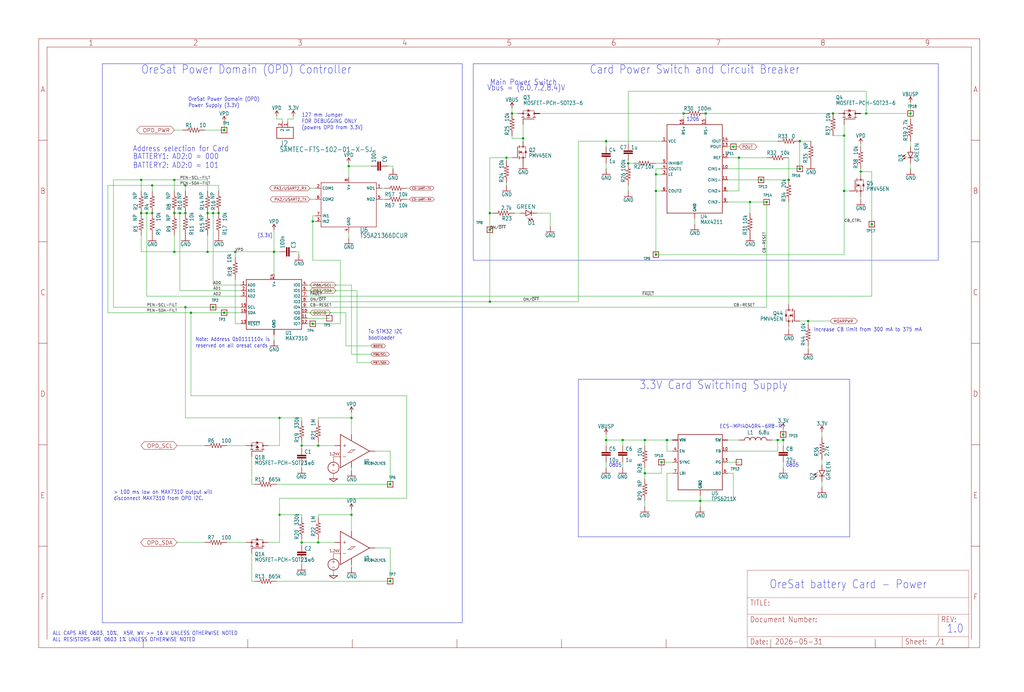
<source format=kicad_sch>
(kicad_sch (version 20230121) (generator eeschema)
  (paper "User" 469.9 317.551)
  (junction (at 400.05 102.87))
  (junction (at 161.29 191.77))
  (junction (at 128.27 191.77))
  (junction (at 306.07 201.93))
  (junction (at 295.91 217.17))
  (junction (at 394.97 78.74))
  (junction (at 323.85 52.07))
  (junction (at 102.87 143.51))
  (junction (at 351.79 92.71))
  (junction (at 295.91 201.93))
  (junction (at 85.09 97.79))
  (junction (at 146.05 204.47))
  (junction (at 361.95 82.55))
  (junction (at 397.51 52.07))
  (junction (at 367.03 77.47))
  (junction (at 85.09 140.97))
  (junction (at 300.99 87.63))
  (junction (at 82.55 97.79))
  (junction (at 224.79 97.79))
  (junction (at 359.41 201.93))
  (junction (at 370.84 147.32))
  (junction (at 102.87 59.69))
  (junction (at 107.95 115.57))
  (junction (at 138.43 248.92))
  (junction (at 339.09 72.39))
  (junction (at 97.79 140.97))
  (junction (at 313.69 52.07))
  (junction (at 80.01 82.55))
  (junction (at 321.31 229.87))
  (junction (at 95.25 97.79))
  (junction (at 300.99 116.84))
  (junction (at 138.43 204.47))
  (junction (at 64.77 82.55))
  (junction (at 288.29 74.93))
  (junction (at 387.35 62.23))
  (junction (at 356.87 201.93))
  (junction (at 69.85 97.79))
  (junction (at 367.03 64.77))
  (junction (at 344.17 92.71))
  (junction (at 64.77 97.79))
  (junction (at 87.63 143.51))
  (junction (at 349.25 82.55))
  (junction (at 359.41 199.39))
  (junction (at 224.79 105.41))
  (junction (at 143.51 101.6))
  (junction (at 146.05 248.92))
  (junction (at 80.01 115.57))
  (junction (at 179.07 222.25))
  (junction (at 143.51 148.59))
  (junction (at 278.13 201.93))
  (junction (at 240.03 63.5))
  (junction (at 224.79 138.43))
  (junction (at 85.09 85.09))
  (junction (at 382.27 52.07))
  (junction (at 417.83 52.07))
  (junction (at 128.27 236.22))
  (junction (at 95.25 115.57))
  (junction (at 69.85 85.09))
  (junction (at 336.55 67.31))
  (junction (at 97.79 97.79))
  (junction (at 232.41 72.39))
  (junction (at 300.99 80.01))
  (junction (at 179.07 266.7))
  (junction (at 285.75 201.93))
  (junction (at 67.31 97.79))
  (junction (at 161.29 236.22))
  (junction (at 80.01 97.79))
  (junction (at 234.95 52.07))
  (junction (at 160.02 76.2))
  (junction (at 303.53 212.09))
  (junction (at 100.33 97.79))
  (junction (at 278.13 64.77))
  (junction (at 387.35 87.63))
  (junction (at 125.73 115.57))
  (wire (pts (xy 387.35 116.84) (xy 300.99 116.84)) (stroke (width 0.1524)))
  (wire (pts (xy 321.31 232.41) (xy 321.31 229.87)) (stroke (width 0.1524)))
  (wire (pts (xy 64.77 115.57) (xy 64.77 107.95)) (stroke (width 0.1524)))
  (wire (pts (xy 140.97 143.51) (xy 158.75 143.51)) (stroke (width 0.1524)))
  (wire (pts (xy 334.01 77.47) (xy 367.03 77.47)) (stroke (width 0.1524)))
  (wire (pts (xy 308.61 201.93) (xy 306.07 201.93)) (stroke (width 0.1524)))
  (wire (pts (xy 361.95 139.7) (xy 361.95 92.71)) (stroke (width 0.1524)))
  (wire (pts (xy 397.51 41.91) (xy 397.51 52.07)) (stroke (width 0.1524)))
  (wire (pts (xy 361.95 82.55) (xy 361.95 72.39)) (stroke (width 0.1524)))
  (wire (pts (xy 161.29 162.56) (xy 170.18 162.56)) (stroke (width 0.1524)))
  (wire (pts (xy 144.78 101.6) (xy 143.51 101.6)) (stroke (width 0.1524)))
  (polyline (pts (xy 389.89 246.38) (xy 265.43 246.38)) (stroke (width 0.1524) (type solid)))
  (wire (pts (xy 234.95 62.23) (xy 234.95 63.5)) (stroke (width 0.1524)))
  (wire (pts (xy 288.29 73.66) (xy 288.29 74.93)) (stroke (width 0.1524)))
  (wire (pts (xy 138.43 204.47) (xy 138.43 203.2)) (stroke (width 0.1524)))
  (wire (pts (xy 102.87 59.69) (xy 102.87 55.88)) (stroke (width 0.1524)))
  (wire (pts (xy 49.53 85.09) (xy 69.85 85.09)) (stroke (width 0.1524)))
  (wire (pts (xy 107.95 118.11) (xy 107.95 115.57)) (stroke (width 0.1524)))
  (wire (pts (xy 113.03 204.47) (xy 104.14 204.47)) (stroke (width 0.1524)))
  (wire (pts (xy 295.91 217.17) (xy 295.91 214.63)) (stroke (width 0.1524)))
  (wire (pts (xy 247.65 52.07) (xy 313.69 52.07)) (stroke (width 0.1524)))
  (wire (pts (xy 138.43 193.04) (xy 138.43 191.77)) (stroke (width 0.1524)))
  (wire (pts (xy 160.02 76.2) (xy 160.02 81.28)) (stroke (width 0.1524)))
  (wire (pts (xy 175.26 86.36) (xy 176.53 86.36)) (stroke (width 0.1524)))
  (wire (pts (xy 64.77 115.57) (xy 80.01 115.57)) (stroke (width 0.1524)))
  (wire (pts (xy 52.07 140.97) (xy 85.09 140.97)) (stroke (width 0.1524)))
  (wire (pts (xy 80.01 115.57) (xy 80.01 107.95)) (stroke (width 0.1524)))
  (wire (pts (xy 138.43 248.92) (xy 138.43 250.19)) (stroke (width 0.1524)))
  (wire (pts (xy 295.91 201.93) (xy 285.75 201.93)) (stroke (width 0.1524)))
  (wire (pts (xy 377.19 210.82) (xy 377.19 213.36)) (stroke (width 0.1524)))
  (wire (pts (xy 361.95 151.13) (xy 361.95 149.86)) (stroke (width 0.1524)))
  (wire (pts (xy 334.01 201.93) (xy 339.09 201.93)) (stroke (width 0.1524)))
  (wire (pts (xy 303.53 212.09) (xy 303.53 217.17)) (stroke (width 0.1524)))
  (wire (pts (xy 240.03 64.77) (xy 240.03 63.5)) (stroke (width 0.1524)))
  (wire (pts (xy 161.29 236.22) (xy 146.05 236.22)) (stroke (width 0.1524)))
  (wire (pts (xy 69.85 97.79) (xy 67.31 97.79)) (stroke (width 0.1524)))
  (wire (pts (xy 288.29 41.91) (xy 397.51 41.91)) (stroke (width 0.1524)))
  (wire (pts (xy 128.27 236.22) (xy 128.27 248.92)) (stroke (width 0.1524)))
  (wire (pts (xy 161.29 191.77) (xy 146.05 191.77)) (stroke (width 0.1524)))
  (wire (pts (xy 359.41 201.93) (xy 359.41 199.39)) (stroke (width 0.1524)))
  (wire (pts (xy 143.51 101.6) (xy 143.51 119.38)) (stroke (width 0.1524)))
  (wire (pts (xy 265.43 64.77) (xy 278.13 64.77)) (stroke (width 0.1524)))
  (wire (pts (xy 278.13 201.93) (xy 278.13 199.39)) (stroke (width 0.1524)))
  (wire (pts (xy 64.77 82.55) (xy 80.01 82.55)) (stroke (width 0.1524)))
  (wire (pts (xy 300.99 80.01) (xy 300.99 87.63)) (stroke (width 0.1524)))
  (wire (pts (xy 394.97 52.07) (xy 397.51 52.07)) (stroke (width 0.1524)))
  (wire (pts (xy 295.91 232.41) (xy 295.91 229.87)) (stroke (width 0.1524)))
  (wire (pts (xy 138.43 237.49) (xy 138.43 236.22)) (stroke (width 0.1524)))
  (wire (pts (xy 359.41 204.47) (xy 359.41 201.93)) (stroke (width 0.1524)))
  (wire (pts (xy 394.97 78.74) (xy 400.05 78.74)) (stroke (width 0.1524)))
  (wire (pts (xy 179.07 251.46) (xy 179.07 266.7)) (stroke (width 0.1524)))
  (wire (pts (xy 186.69 181.61) (xy 87.63 181.61)) (stroke (width 0.1524)))
  (wire (pts (xy 359.41 196.85) (xy 359.41 199.39)) (stroke (width 0.1524)))
  (wire (pts (xy 321.31 229.87) (xy 321.31 227.33)) (stroke (width 0.1524)))
  (wire (pts (xy 318.77 102.87) (xy 318.77 100.33)) (stroke (width 0.1524)))
  (wire (pts (xy 161.29 215.9) (xy 161.29 214.63)) (stroke (width 0.1524)))
  (wire (pts (xy 278.13 204.47) (xy 278.13 201.93)) (stroke (width 0.1524)))
  (wire (pts (xy 85.09 85.09) (xy 100.33 85.09)) (stroke (width 0.1524)))
  (wire (pts (xy 128.27 228.6) (xy 186.69 228.6)) (stroke (width 0.1524)))
  (wire (pts (xy 370.84 147.32) (xy 367.03 147.32)) (stroke (width 0.1524)))
  (wire (pts (xy 144.78 86.36) (xy 142.24 86.36)) (stroke (width 0.1524)))
  (wire (pts (xy 110.49 135.89) (xy 67.31 135.89)) (stroke (width 0.1524)))
  (wire (pts (xy 161.29 260.35) (xy 161.29 259.08)) (stroke (width 0.1524)))
  (wire (pts (xy 143.51 148.59) (xy 140.97 148.59)) (stroke (width 0.1524)))
  (wire (pts (xy 64.77 87.63) (xy 64.77 82.55)) (stroke (width 0.1524)))
  (wire (pts (xy 179.07 207.01) (xy 179.07 222.25)) (stroke (width 0.1524)))
  (wire (pts (xy 356.87 201.93) (xy 359.41 201.93)) (stroke (width 0.1524)))
  (wire (pts (xy 382.27 62.23) (xy 387.35 62.23)) (stroke (width 0.1524)))
  (wire (pts (xy 127 53.34) (xy 127 54.61)) (stroke (width 0.1524)))
  (wire (pts (xy 356.87 201.93) (xy 354.33 201.93)) (stroke (width 0.1524)))
  (wire (pts (xy 175.26 91.44) (xy 176.53 91.44)) (stroke (width 0.1524)))
  (wire (pts (xy 224.79 138.43) (xy 265.43 138.43)) (stroke (width 0.1524)))
  (wire (pts (xy 278.13 212.09) (xy 278.13 214.63)) (stroke (width 0.1524)))
  (wire (pts (xy 394.97 78.74) (xy 394.97 80.01)) (stroke (width 0.1524)))
  (wire (pts (xy 349.25 82.55) (xy 334.01 82.55)) (stroke (width 0.1524)))
  (wire (pts (xy 128.27 236.22) (xy 128.27 228.6)) (stroke (width 0.1524)))
  (wire (pts (xy 143.51 99.06) (xy 144.78 99.06)) (stroke (width 0.1524)))
  (wire (pts (xy 143.51 148.59) (xy 156.21 148.59)) (stroke (width 0.1524)))
  (wire (pts (xy 128.27 204.47) (xy 123.19 204.47)) (stroke (width 0.1524)))
  (polyline (pts (xy 430.53 29.21) (xy 430.53 119.38)) (stroke (width 0.1524) (type solid)))
  (wire (pts (xy 278.13 67.31) (xy 278.13 64.77)) (stroke (width 0.1524)))
  (wire (pts (xy 397.51 52.07) (xy 417.83 52.07)) (stroke (width 0.1524)))
  (wire (pts (xy 336.55 229.87) (xy 321.31 229.87)) (stroke (width 0.1524)))
  (wire (pts (xy 186.69 86.36) (xy 187.96 86.36)) (stroke (width 0.1524)))
  (wire (pts (xy 138.43 205.74) (xy 138.43 204.47)) (stroke (width 0.1524)))
  (wire (pts (xy 138.43 191.77) (xy 128.27 191.77)) (stroke (width 0.1524)))
  (wire (pts (xy 344.17 97.79) (xy 344.17 92.71)) (stroke (width 0.1524)))
  (wire (pts (xy 232.41 83.82) (xy 232.41 85.09)) (stroke (width 0.1524)))
  (wire (pts (xy 351.79 140.97) (xy 351.79 92.71)) (stroke (width 0.1524)))
  (wire (pts (xy 95.25 87.63) (xy 95.25 82.55)) (stroke (width 0.1524)))
  (wire (pts (xy 140.97 140.97) (xy 351.79 140.97)) (stroke (width 0.1524)))
  (wire (pts (xy 232.41 72.39) (xy 224.79 72.39)) (stroke (width 0.1524)))
  (wire (pts (xy 278.13 201.93) (xy 285.75 201.93)) (stroke (width 0.1524)))
  (wire (pts (xy 161.29 191.77) (xy 161.29 189.23)) (stroke (width 0.1524)))
  (polyline (pts (xy 46.99 285.75) (xy 46.99 29.21)) (stroke (width 0.1524) (type solid)))
  (wire (pts (xy 52.07 140.97) (xy 52.07 82.55)) (stroke (width 0.1524)))
  (wire (pts (xy 100.33 85.09) (xy 100.33 87.63)) (stroke (width 0.1524)))
  (wire (pts (xy 339.09 87.63) (xy 339.09 72.39)) (stroke (width 0.1524)))
  (wire (pts (xy 156.21 119.38) (xy 143.51 119.38)) (stroke (width 0.1524)))
  (wire (pts (xy 303.53 74.93) (xy 300.99 74.93)) (stroke (width 0.1524)))
  (wire (pts (xy 161.29 199.39) (xy 161.29 191.77)) (stroke (width 0.1524)))
  (wire (pts (xy 160.02 109.22) (xy 160.02 106.68)) (stroke (width 0.1524)))
  (wire (pts (xy 97.79 97.79) (xy 95.25 97.79)) (stroke (width 0.1524)))
  (wire (pts (xy 80.01 115.57) (xy 95.25 115.57)) (stroke (width 0.1524)))
  (wire (pts (xy 132.08 54.61) (xy 132.08 55.88)) (stroke (width 0.1524)))
  (wire (pts (xy 400.05 135.89) (xy 140.97 135.89)) (stroke (width 0.1524)))
  (wire (pts (xy 156.21 148.59) (xy 156.21 119.38)) (stroke (width 0.1524)))
  (wire (pts (xy 52.07 82.55) (xy 64.77 82.55)) (stroke (width 0.1524)))
  (wire (pts (xy 394.97 66.04) (xy 394.97 67.31)) (stroke (width 0.1524)))
  (wire (pts (xy 370.84 160.02) (xy 370.84 158.75)) (stroke (width 0.1524)))
  (wire (pts (xy 303.53 212.09) (xy 308.61 212.09)) (stroke (width 0.1524)))
  (wire (pts (xy 334.01 67.31) (xy 336.55 67.31)) (stroke (width 0.1524)))
  (wire (pts (xy 95.25 115.57) (xy 107.95 115.57)) (stroke (width 0.1524)))
  (wire (pts (xy 127 54.61) (xy 129.54 54.61)) (stroke (width 0.1524)))
  (wire (pts (xy 137.16 115.57) (xy 137.16 116.84)) (stroke (width 0.1524)))
  (wire (pts (xy 107.95 128.27) (xy 107.95 148.59)) (stroke (width 0.1524)))
  (wire (pts (xy 125.73 115.57) (xy 128.27 115.57)) (stroke (width 0.1524)))
  (polyline (pts (xy 265.43 246.38) (xy 265.43 173.99)) (stroke (width 0.1524) (type solid)))
  (polyline (pts (xy 46.99 29.21) (xy 212.09 29.21)) (stroke (width 0.1524) (type solid)))
  (wire (pts (xy 161.29 236.22) (xy 161.29 233.68)) (stroke (width 0.1524)))
  (wire (pts (xy 97.79 130.81) (xy 97.79 97.79)) (stroke (width 0.1524)))
  (wire (pts (xy 334.01 217.17) (xy 336.55 217.17)) (stroke (width 0.1524)))
  (wire (pts (xy 349.25 82.55) (xy 361.95 82.55)) (stroke (width 0.1524)))
  (wire (pts (xy 138.43 248.92) (xy 146.05 248.92)) (stroke (width 0.1524)))
  (wire (pts (xy 85.09 87.63) (xy 85.09 85.09)) (stroke (width 0.1524)))
  (wire (pts (xy 295.91 204.47) (xy 295.91 201.93)) (stroke (width 0.1524)))
  (wire (pts (xy 82.55 97.79) (xy 80.01 97.79)) (stroke (width 0.1524)))
  (wire (pts (xy 288.29 87.63) (xy 288.29 85.09)) (stroke (width 0.1524)))
  (wire (pts (xy 179.07 266.7) (xy 127 266.7)) (stroke (width 0.1524)))
  (wire (pts (xy 93.98 204.47) (xy 81.28 204.47)) (stroke (width 0.1524)))
  (wire (pts (xy 295.91 219.71) (xy 295.91 217.17)) (stroke (width 0.1524)))
  (wire (pts (xy 278.13 77.47) (xy 278.13 74.93)) (stroke (width 0.1524)))
  (wire (pts (xy 234.95 49.53) (xy 234.95 52.07)) (stroke (width 0.1524)))
  (wire (pts (xy 232.41 73.66) (xy 232.41 72.39)) (stroke (width 0.1524)))
  (wire (pts (xy 400.05 102.87) (xy 400.05 135.89)) (stroke (width 0.1524)))
  (wire (pts (xy 93.98 248.92) (xy 81.28 248.92)) (stroke (width 0.1524)))
  (wire (pts (xy 417.83 74.93) (xy 417.83 77.47)) (stroke (width 0.1524)))
  (wire (pts (xy 288.29 74.93) (xy 290.83 74.93)) (stroke (width 0.1524)))
  (wire (pts (xy 240.03 63.5) (xy 240.03 57.15)) (stroke (width 0.1524)))
  (wire (pts (xy 285.75 214.63) (xy 285.75 212.09)) (stroke (width 0.1524)))
  (wire (pts (xy 377.19 198.12) (xy 377.19 200.66)) (stroke (width 0.1524)))
  (wire (pts (xy 85.09 191.77) (xy 85.09 140.97)) (stroke (width 0.1524)))
  (wire (pts (xy 334.01 64.77) (xy 356.87 64.77)) (stroke (width 0.1524)))
  (wire (pts (xy 97.79 140.97) (xy 110.49 140.97)) (stroke (width 0.1524)))
  (wire (pts (xy 387.35 87.63) (xy 387.35 116.84)) (stroke (width 0.1524)))
  (wire (pts (xy 138.43 259.08) (xy 138.43 257.81)) (stroke (width 0.1524)))
  (wire (pts (xy 306.07 207.01) (xy 306.07 201.93)) (stroke (width 0.1524)))
  (wire (pts (xy 417.83 46.99) (xy 417.83 52.07)) (stroke (width 0.1524)))
  (wire (pts (xy 100.33 97.79) (xy 97.79 97.79)) (stroke (width 0.1524)))
  (wire (pts (xy 110.49 148.59) (xy 107.95 148.59)) (stroke (width 0.1524)))
  (wire (pts (xy 161.29 130.81) (xy 161.29 162.56)) (stroke (width 0.1524)))
  (wire (pts (xy 146.05 203.2) (xy 146.05 204.47)) (stroke (width 0.1524)))
  (wire (pts (xy 306.07 217.17) (xy 306.07 229.87)) (stroke (width 0.1524)))
  (wire (pts (xy 163.83 133.35) (xy 163.83 166.37)) (stroke (width 0.1524)))
  (wire (pts (xy 158.75 143.51) (xy 158.75 158.75)) (stroke (width 0.1524)))
  (wire (pts (xy 110.49 143.51) (xy 102.87 143.51)) (stroke (width 0.1524)))
  (wire (pts (xy 146.05 237.49) (xy 146.05 236.22)) (stroke (width 0.1524)))
  (wire (pts (xy 146.05 193.04) (xy 146.05 191.77)) (stroke (width 0.1524)))
  (wire (pts (xy 82.55 133.35) (xy 82.55 97.79)) (stroke (width 0.1524)))
  (wire (pts (xy 134.62 54.61) (xy 132.08 54.61)) (stroke (width 0.1524)))
  (wire (pts (xy 134.62 53.34) (xy 134.62 54.61)) (stroke (width 0.1524)))
  (wire (pts (xy 313.69 52.07) (xy 313.69 54.61)) (stroke (width 0.1524)))
  (wire (pts (xy 246.38 97.79) (xy 252.476 97.79)) (stroke (width 0.1524)))
  (wire (pts (xy 232.41 72.39) (xy 234.95 72.39)) (stroke (width 0.1524)))
  (wire (pts (xy 95.25 115.57) (xy 95.25 107.95)) (stroke (width 0.1524)))
  (wire (pts (xy 323.85 52.07) (xy 382.27 52.07)) (stroke (width 0.1524)))
  (wire (pts (xy 306.07 207.01) (xy 308.61 207.01)) (stroke (width 0.1524)))
  (wire (pts (xy 160.02 76.2) (xy 170.18 76.2)) (stroke (width 0.1524)))
  (wire (pts (xy 87.63 181.61) (xy 87.63 143.51)) (stroke (width 0.1524)))
  (wire (pts (xy 140.97 146.05) (xy 151.13 146.05)) (stroke (width 0.1524)))
  (wire (pts (xy 125.73 125.73) (xy 125.73 115.57)) (stroke (width 0.1524)))
  (wire (pts (xy 140.97 138.43) (xy 224.79 138.43)) (stroke (width 0.1524)))
  (wire (pts (xy 334.01 87.63) (xy 339.09 87.63)) (stroke (width 0.1524)))
  (wire (pts (xy 67.31 135.89) (xy 67.31 97.79)) (stroke (width 0.1524)))
  (wire (pts (xy 146.05 204.47) (xy 153.67 204.47)) (stroke (width 0.1524)))
  (wire (pts (xy 186.69 228.6) (xy 186.69 181.61)) (stroke (width 0.1524)))
  (wire (pts (xy 138.43 236.22) (xy 128.27 236.22)) (stroke (width 0.1524)))
  (wire (pts (xy 146.05 247.65) (xy 146.05 248.92)) (stroke (width 0.1524)))
  (polyline (pts (xy 265.43 173.99) (xy 389.89 173.99)) (stroke (width 0.1524) (type solid)))
  (wire (pts (xy 300.99 77.47) (xy 300.99 80.01)) (stroke (width 0.1524)))
  (wire (pts (xy 387.35 62.23) (xy 387.35 87.63)) (stroke (width 0.1524)))
  (wire (pts (xy 128.27 248.92) (xy 123.19 248.92)) (stroke (width 0.1524)))
  (wire (pts (xy 102.87 143.51) (xy 87.63 143.51)) (stroke (width 0.1524)))
  (wire (pts (xy 143.51 101.6) (xy 143.51 99.06)) (stroke (width 0.1524)))
  (wire (pts (xy 334.01 207.01) (xy 356.87 207.01)) (stroke (width 0.1524)))
  (wire (pts (xy 334.01 212.09) (xy 339.09 212.09)) (stroke (width 0.1524)))
  (wire (pts (xy 367.03 64.77) (xy 372.11 64.77)) (stroke (width 0.1524)))
  (wire (pts (xy 224.79 105.41) (xy 224.79 138.43)) (stroke (width 0.1524)))
  (wire (pts (xy 80.01 82.55) (xy 95.25 82.55)) (stroke (width 0.1524)))
  (wire (pts (xy 161.29 130.81) (xy 140.97 130.81)) (stroke (width 0.1524)))
  (wire (pts (xy 158.75 158.75) (xy 170.18 158.75)) (stroke (width 0.1524)))
  (wire (pts (xy 69.85 87.63) (xy 69.85 85.09)) (stroke (width 0.1524)))
  (wire (pts (xy 49.53 143.51) (xy 49.53 85.09)) (stroke (width 0.1524)))
  (wire (pts (xy 69.85 85.09) (xy 85.09 85.09)) (stroke (width 0.1524)))
  (wire (pts (xy 336.55 67.31) (xy 339.09 67.31)) (stroke (width 0.1524)))
  (wire (pts (xy 370.84 148.59) (xy 370.84 147.32)) (stroke (width 0.1524)))
  (wire (pts (xy 80.01 87.63) (xy 80.01 82.55)) (stroke (width 0.1524)))
  (polyline (pts (xy 430.53 119.38) (xy 217.17 119.38)) (stroke (width 0.1524) (type solid)))
  (wire (pts (xy 303.53 217.17) (xy 295.91 217.17)) (stroke (width 0.1524)))
  (wire (pts (xy 146.05 248.92) (xy 153.67 248.92)) (stroke (width 0.1524)))
  (wire (pts (xy 128.27 191.77) (xy 85.09 191.77)) (stroke (width 0.1524)))
  (wire (pts (xy 288.29 66.04) (xy 288.29 41.91)) (stroke (width 0.1524)))
  (wire (pts (xy 129.54 54.61) (xy 129.54 55.88)) (stroke (width 0.1524)))
  (wire (pts (xy 161.29 236.22) (xy 161.29 243.84)) (stroke (width 0.1524)))
  (wire (pts (xy 377.19 220.98) (xy 377.19 223.52)) (stroke (width 0.1524)))
  (wire (pts (xy 140.97 133.35) (xy 163.83 133.35)) (stroke (width 0.1524)))
  (wire (pts (xy 394.97 90.17) (xy 394.97 91.44)) (stroke (width 0.1524)))
  (wire (pts (xy 163.83 166.37) (xy 170.18 166.37)) (stroke (width 0.1524)))
  (wire (pts (xy 359.41 214.63) (xy 359.41 212.09)) (stroke (width 0.1524)))
  (wire (pts (xy 135.89 115.57) (xy 137.16 115.57)) (stroke (width 0.1524)))
  (wire (pts (xy 323.85 54.61) (xy 323.85 52.07)) (stroke (width 0.1524)))
  (wire (pts (xy 387.35 62.23) (xy 387.35 57.15)) (stroke (width 0.1524)))
  (polyline (pts (xy 217.17 119.38) (xy 217.17 29.21)) (stroke (width 0.1524) (type solid)))
  (wire (pts (xy 85.09 97.79) (xy 82.55 97.79)) (stroke (width 0.1524)))
  (wire (pts (xy 226.06 97.79) (xy 224.79 97.79)) (stroke (width 0.1524)))
  (wire (pts (xy 172.085 251.46) (xy 179.07 251.46)) (stroke (width 0.1524)))
  (wire (pts (xy 125.73 115.57) (xy 125.73 105.41)) (stroke (width 0.1524)))
  (wire (pts (xy 107.95 115.57) (xy 125.73 115.57)) (stroke (width 0.1524)))
  (wire (pts (xy 127 222.25) (xy 179.07 222.25)) (stroke (width 0.1524)))
  (wire (pts (xy 370.84 147.32) (xy 381 147.32)) (stroke (width 0.1524)))
  (wire (pts (xy 300.99 80.01) (xy 303.53 80.01)) (stroke (width 0.1524)))
  (wire (pts (xy 224.79 97.79) (xy 224.79 105.41)) (stroke (width 0.1524)))
  (wire (pts (xy 224.79 72.39) (xy 224.79 97.79)) (stroke (width 0.1524)))
  (wire (pts (xy 336.55 217.17) (xy 336.55 229.87)) (stroke (width 0.1524)))
  (wire (pts (xy 303.53 77.47) (xy 300.99 77.47)) (stroke (width 0.1524)))
  (polyline (pts (xy 212.09 29.21) (xy 212.09 285.75)) (stroke (width 0.1524) (type solid)))
  (wire (pts (xy 85.09 140.97) (xy 97.79 140.97)) (stroke (width 0.1524)))
  (wire (pts (xy 236.22 97.79) (xy 238.76 97.79)) (stroke (width 0.1524)))
  (wire (pts (xy 138.43 214.63) (xy 138.43 213.36)) (stroke (width 0.1524)))
  (wire (pts (xy 113.03 248.92) (xy 104.14 248.92)) (stroke (width 0.1524)))
  (wire (pts (xy 115.57 254) (xy 115.57 266.7)) (stroke (width 0.1524)))
  (wire (pts (xy 186.69 91.44) (xy 187.96 91.44)) (stroke (width 0.1524)))
  (wire (pts (xy 367.03 77.47) (xy 367.03 64.77)) (stroke (width 0.1524)))
  (wire (pts (xy 306.07 217.17) (xy 308.61 217.17)) (stroke (width 0.1524)))
  (wire (pts (xy 339.09 72.39) (xy 351.79 72.39)) (stroke (width 0.1524)))
  (wire (pts (xy 110.49 130.81) (xy 97.79 130.81)) (stroke (width 0.1524)))
  (wire (pts (xy 394.97 77.47) (xy 394.97 78.74)) (stroke (width 0.1524)))
  (wire (pts (xy 128.27 191.77) (xy 128.27 204.47)) (stroke (width 0.1524)))
  (wire (pts (xy 344.17 92.71) (xy 334.01 92.71)) (stroke (width 0.1524)))
  (wire (pts (xy 300.99 116.84) (xy 300.99 87.63)) (stroke (width 0.1524)))
  (wire (pts (xy 116.84 266.7) (xy 115.57 266.7)) (stroke (width 0.1524)))
  (wire (pts (xy 67.31 97.79) (xy 64.77 97.79)) (stroke (width 0.1524)))
  (wire (pts (xy 334.01 72.39) (xy 339.09 72.39)) (stroke (width 0.1524)))
  (wire (pts (xy 93.98 59.69) (xy 102.87 59.69)) (stroke (width 0.1524)))
  (wire (pts (xy 144.78 91.44) (xy 142.24 91.44)) (stroke (width 0.1524)))
  (wire (pts (xy 160.02 74.93) (xy 160.02 76.2)) (stroke (width 0.1524)))
  (wire (pts (xy 234.95 63.5) (xy 240.03 63.5)) (stroke (width 0.1524)))
  (wire (pts (xy 83.82 59.69) (xy 80.01 59.69)) (stroke (width 0.1524)))
  (wire (pts (xy 172.085 207.01) (xy 179.07 207.01)) (stroke (width 0.1524)))
  (wire (pts (xy 356.87 207.01) (xy 356.87 201.93)) (stroke (width 0.1524)))
  (wire (pts (xy 125.73 156.21) (xy 125.73 153.67)) (stroke (width 0.1524)))
  (wire (pts (xy 177.8 76.2) (xy 180.34 76.2)) (stroke (width 0.1524)))
  (wire (pts (xy 138.43 204.47) (xy 146.05 204.47)) (stroke (width 0.1524)))
  (polyline (pts (xy 217.17 29.21) (xy 430.53 29.21)) (stroke (width 0.1524) (type solid)))
  (wire (pts (xy 351.79 92.71) (xy 344.17 92.71)) (stroke (width 0.1524)))
  (wire (pts (xy 138.43 248.92) (xy 138.43 247.65)) (stroke (width 0.1524)))
  (wire (pts (xy 389.89 87.63) (xy 387.35 87.63)) (stroke (width 0.1524)))
  (polyline (pts (xy 389.89 173.99) (xy 389.89 246.38)) (stroke (width 0.1524) (type solid)))
  (wire (pts (xy 382.27 52.07) (xy 384.81 52.07)) (stroke (width 0.1524)))
  (wire (pts (xy 285.75 204.47) (xy 285.75 201.93)) (stroke (width 0.1524)))
  (wire (pts (xy 306.07 201.93) (xy 295.91 201.93)) (stroke (width 0.1524)))
  (wire (pts (xy 306.07 229.87) (xy 321.31 229.87)) (stroke (width 0.1524)))
  (wire (pts (xy 116.84 222.25) (xy 115.57 222.25)) (stroke (width 0.1524)))
  (wire (pts (xy 110.49 133.35) (xy 82.55 133.35)) (stroke (width 0.1524)))
  (wire (pts (xy 252.476 97.79) (xy 252.476 103.886)) (stroke (width 0.1524)))
  (wire (pts (xy 115.57 222.25) (xy 115.57 209.55)) (stroke (width 0.1524)))
  (polyline (pts (xy 212.09 285.75) (xy 46.99 285.75)) (stroke (width 0.1524) (type solid)))
  (wire (pts (xy 87.63 143.51) (xy 49.53 143.51)) (stroke (width 0.1524)))
  (wire (pts (xy 265.43 138.43) (xy 265.43 64.77)) (stroke (width 0.1524)))
  (wire (pts (xy 180.34 76.2) (xy 180.34 77.47)) (stroke (width 0.1524)))
  (wire (pts (xy 300.99 87.63) (xy 303.53 87.63)) (stroke (width 0.1524)))
  (wire (pts (xy 400.05 78.74) (xy 400.05 102.87)) (stroke (width 0.1524)))
  (wire (pts (xy 417.83 64.77) (xy 417.83 67.31)) (stroke (width 0.1524)))
  (wire (pts (xy 278.13 64.77) (xy 303.53 64.77)) (stroke (width 0.1524)))
  (wire (pts (xy 234.95 52.07) (xy 237.49 52.07)) (stroke (width 0.1524)))
  (wire (pts (xy 417.83 52.07) (xy 417.83 54.61)) (stroke (width 0.1524)))
  (text "OreSat battery Card - Power" (at 353.06 270.51 0) (effects (font (size 3.81 3.2385)) (justify left bottom)))
  (text "OreSat Power Domain (OPD) Controller" (at 64.77 34.29 0) (effects (font (size 3.81 3.2385)) (justify left bottom)))
  (text "To STM32 I2C\nbootloader" (at 168.91 156.21 0) (effects (font (size 1.778 1.5113)) (justify left bottom)))
  (text "ALL CAPS ARE 0603, 10%,  X5R, WV >= 16 V UNLESS OTHERWISE NOTED\nALL RESISTORS ARE 0603 1% UNLESS OTHERWISE NOTED" (at 24.13 294.64 0) (effects (font (size 1.778 1.5113)) (justify left bottom)))
  (text "Vbus = (6.0,7.2,8.4)V" (at 223.52 41.91 0) (effects (font (size 2.54 2.159)) (justify left bottom)))
  (text "0805" (at 360.68 214.63 0) (effects (font (size 1.778 1.5113)) (justify left bottom)))
  (text "1.0" (at 434.34 290.83 0) (effects (font (size 3.81 3.2385)) (justify left bottom)))
  (text "(3.3V)" (at 118.11 109.22 0) (effects (font (size 1.778 1.5113)) (justify left bottom)))
  (text "Address selection for Card" (at 60.96 69.85 0) (effects (font (size 2.54 2.159)) (justify left bottom)))
  (text "Note: Address 0b0111110x is\nreserved on all oresat cards" (at 89.662 159.766 0) (effects (font (size 1.778 1.5113)) (justify left bottom)))
  (text "Main Power Switch" (at 224.79 39.37 0) (effects (font (size 2.54 2.159)) (justify left bottom)))
  (text "> 100 ms low on MAX7310 output will\ndisconnect MAX7310 from OPD I2C." (at 52.07 229.87 0) (effects (font (size 1.778 1.5113)) (justify left bottom)))
  (text "Card Power Switch and Circuit Breaker" (at 270.51 34.29 0) (effects (font (size 3.81 3.2385)) (justify left bottom)))
  (text "Increase CB limit from 300 mA to 375 mA" (at 373.38 152.4 0) (effects (font (size 1.778 1.5113)) (justify left bottom)))
  (text "127 mm Jumper\nFOR DEBUGGING ONLY\n(powers OPD from 3.3V)" (at 138.43 59.69 0) (effects (font (size 1.778 1.5113)) (justify left bottom)))
  (text "0805" (at 279.4 214.63 0) (effects (font (size 1.778 1.5113)) (justify left bottom)))
  (text "BATTERY1: AD2:0 = 000\nBATTERY2: AD2:0 = 101" (at 60.96 77.47 0) (effects (font (size 2.54 2.159)) (justify left bottom)))
  (text "3.3V Card Switching Supply" (at 293.37 179.07 0) (effects (font (size 3.81 3.2385)) (justify left bottom)))
  (text "ECS-MPI4040R4-6R8-R" (at 330.2 196.85 0) (effects (font (size 1.778 1.5113)) (justify left bottom)))
  (text "1206" (at 314.96 55.88 0) (effects (font (size 1.778 1.5113)) (justify left bottom)))
  (text "OreSat Power Domain (OPD)\nPower Supply (3.3V)" (at 86.36 49.53 0) (effects (font (size 1.778 1.5113)) (justify left bottom)))
  (label "PEN-SDA-FILT" (at 82.55 85.09 0) (effects (font (size 1.2446 1.2446))))
  (label "VPD" (at 107.95 115.57 0) (effects (font (size 1.2446 1.2446))))
  (label "PEN-SDA-FILT" (at 67.31 143.51 0) (effects (font (size 1.2446 1.2446))))
  (label "AD2" (at 97.79 135.89 0) (effects (font (size 1.2446 1.2446))))
  (label "AD0" (at 97.79 130.81 0) (effects (font (size 1.2446 1.2446))))
  (label "ON/~{OFF}" (at 240.03 138.43 0) (effects (font (size 1.2446 1.2446))))
  (label "PEN-SCL-FILT" (at 67.31 140.97 0) (effects (font (size 1.2446 1.2446))))
  (label "ON/~{OFF}" (at 142.24 138.43 0) (effects (font (size 1.2446 1.2446))))
  (label "AD1" (at 97.79 133.35 0) (effects (font (size 1.2446 1.2446))))
  (label "CB_CTRL" (at 387.35 102.235 0) (effects (font (size 1.2446 1.2446))))
  (label "CB-RESET" (at 351.79 116.205 90) (effects (font (size 1.2446 1.2446))))
  (label "ON/~{OFF}" (at 224.79 105.41 0) (effects (font (size 1.2446 1.2446))))
  (label "PEN-SCL-FILT" (at 82.55 82.55 0) (effects (font (size 1.2446 1.2446))))
  (label "CB-RESET" (at 336.55 140.97 0) (effects (font (size 1.2446 1.2446))))
  (label "~{FAULT}" (at 142.24 135.89 0) (effects (font (size 1.2446 1.2446))))
  (label "CB-RESET" (at 142.24 140.97 0) (effects (font (size 1.2446 1.2446))))
  (label "~{FAULT}" (at 294.64 135.89 0) (effects (font (size 1.2446 1.2446))))
  (global_label "BOOT0" (shape bidirectional) (at 170.18 158.75 0) (effects (font (size 0.889 0.889))) (property "Intersheetrefs" "${INTERSHEET_REFS}" (effects hide)))
  (global_label "PB6/SCL" (shape bidirectional) (at 170.18 162.56 0) (effects (font (size 0.889 0.889))) (property "Intersheetrefs" "${INTERSHEET_REFS}" (effects hide)))
  (global_label "PB7/SDA" (shape bidirectional) (at 142.24 133.35 0) (effects (font (size 1.2446 1.2446))) (property "Intersheetrefs" "${INTERSHEET_REFS}" (effects hide)))
  (global_label "OPD_SCL" (shape bidirectional) (at 81.28 204.47 180) (effects (font (size 1.778 1.778))) (property "Intersheetrefs" "${INTERSHEET_REFS}" (effects hide)))
  (global_label "PB6/SCL" (shape bidirectional) (at 142.24 130.81 0) (effects (font (size 1.2446 1.2446))) (property "Intersheetrefs" "${INTERSHEET_REFS}" (effects hide)))
  (global_label "C3-UART-RX" (shape bidirectional) (at 187.96 91.44 0) (effects (font (size 0.889 0.889))) (property "Intersheetrefs" "${INTERSHEET_REFS}" (effects hide)))
  (global_label "BOOT0" (shape bidirectional) (at 142.24 143.51 0) (effects (font (size 1.2446 1.2446))) (property "Intersheetrefs" "${INTERSHEET_REFS}" (effects hide)))
  (global_label "PB7/SDA" (shape bidirectional) (at 170.18 166.37 0) (effects (font (size 0.889 0.889))) (property "Intersheetrefs" "${INTERSHEET_REFS}" (effects hide)))
  (global_label "OPD_PWR" (shape bidirectional) (at 80.01 59.69 180) (effects (font (size 1.778 1.778))) (property "Intersheetrefs" "${INTERSHEET_REFS}" (effects hide)))
  (global_label "PA3/USART2_RX" (shape bidirectional) (at 142.24 86.36 180) (effects (font (size 1.2446 1.2446))) (property "Intersheetrefs" "${INTERSHEET_REFS}" (effects hide)))
  (global_label "C3-UART-TX" (shape bidirectional) (at 187.96 86.36 0) (effects (font (size 0.889 0.889))) (property "Intersheetrefs" "${INTERSHEET_REFS}" (effects hide)))
  (global_label "PA2/USART2_TX" (shape bidirectional) (at 142.24 91.44 180) (effects (font (size 1.2446 1.2446))) (property "Intersheetrefs" "${INTERSHEET_REFS}" (effects hide)))
  (global_label "OPD_SDA" (shape bidirectional) (at 81.28 248.92 180) (effects (font (size 1.778 1.778))) (property "Intersheetrefs" "${INTERSHEET_REFS}" (effects hide)))
  (global_label "POUT" (shape bidirectional) (at 339.09 67.31 0) (effects (font (size 1.2446 1.2446))) (property "Intersheetrefs" "${INTERSHEET_REFS}" (effects hide)))
  (global_label "MOARPWR" (shape bidirectional) (at 381 147.32 0) (effects (font (size 1.2446 1.2446))) (property "Intersheetrefs" "${INTERSHEET_REFS}" (effects hide)))
  (symbol (lib_id "oresat-batteries-eagle-import:MAX7310") (at 125.73 138.43 0) (unit 1)
    (property "Reference" "U1" (at 130.81 153.67 0) (effects (font (size 1.778 1.5113)) (justify left bottom)))
    (property "Value" "MAX7310" (at 130.81 156.21 0) (effects (font (size 1.778 1.5113)) (justify left bottom)))
    (property "Footprint" "oresat-batteries:QFN65P400X400X80-17T210" (effects hide))
    (property "DIS" "Digi-Key" (effects hide))
    (property "DPN" "MAX7310ATE+-ND" (effects hide))
    (property "MFR" "Maxim" (effects hide))
    (property "MPN" "MAX7310ATE" (effects hide))
  )
  (symbol (lib_id "oresat-batteries-eagle-import:R-US_0603-C-NOSILK") (at 69.85 92.71 90) (unit 1)
    (property "Reference" "R4" (at 68.3514 96.52 0) (effects (font (size 1.778 1.5113)) (justify left bottom)))
    (property "Value" "NP" (at 68.072 91.44 0) (effects (font (size 1.778 1.5113)) (justify left bottom)))
    (property "Footprint" "oresat-batteries:.0603-C-NOSILK" (effects hide))
    (property "DIS" "Digi-Key" (effects hide))
    (property "DPN" "311-665KHRCT-ND" (effects hide))
    (property "MFR" "Yageo" (effects hide))
    (property "MPN" "RC0603FR-07665KL" (effects hide))
  )
  (symbol (lib_id "oresat-batteries-eagle-import:supply1_GND") (at 240.03 77.47 0) (mirror y) (unit 1)
    (property "Reference" "#GND014" (effects hide))
    (property "Value" "GND" (at 242.57 80.01 0) (effects (font (size 1.778 1.5113)) (justify left bottom)))
  )
  (symbol (lib_id "oresat-batteries-eagle-import:R-US_0603-C-NOSILK") (at 138.43 198.12 90) (unit 1)
    (property "Reference" "R19" (at 137.16 203.2 0) (effects (font (size 1.778 1.5113)) (justify left bottom)))
    (property "Value" "330k" (at 137.16 196.85 0) (effects (font (size 1.778 1.5113)) (justify left bottom)))
    (property "Footprint" "oresat-batteries:.0603-C-NOSILK" (effects hide))
    (property "DIS" "Digi-Key" (effects hide))
    (property "DPN" "A129718CT-ND" (effects hide))
    (property "MFR" "TE" (effects hide))
    (property "MPN" "CRGCQ0603F330K" (effects hide))
  )
  (symbol (lib_id "oresat-batteries-eagle-import:R-US_0603-C-NOSILK") (at 295.91 209.55 90) (unit 1)
    (property "Reference" "R28" (at 294.64 217.17 0) (effects (font (size 1.778 1.5113)) (justify left bottom)))
    (property "Value" "10k" (at 294.64 209.55 0) (effects (font (size 1.778 1.5113)) (justify left bottom)))
    (property "Footprint" "oresat-batteries:.0603-C-NOSILK" (effects hide))
    (property "DIS" "Digi-Key" (effects hide))
    (property "DPN" "311-10.0KHRCT-ND" (effects hide))
    (property "MFR" "Yageo" (effects hide))
    (property "MPN" "RC0603FR-0710KL" (effects hide))
  )
  (symbol (lib_id "oresat-batteries-eagle-import:supply1_GND") (at 138.43 217.17 0) (unit 1)
    (property "Reference" "#GND07" (effects hide))
    (property "Value" "GND" (at 135.89 219.71 0) (effects (font (size 1.778 1.5113)) (justify left bottom)))
  )
  (symbol (lib_id "oresat-batteries-eagle-import:R-US_0603-C-NOSILK") (at 85.09 92.71 90) (unit 1)
    (property "Reference" "R10" (at 83.5914 96.52 0) (effects (font (size 1.778 1.5113)) (justify left bottom)))
    (property "Value" "NP" (at 83.312 91.44 0) (effects (font (size 1.778 1.5113)) (justify left bottom)))
    (property "Footprint" "oresat-batteries:.0603-C-NOSILK" (effects hide))
    (property "DIS" "Digi-Key" (effects hide))
    (property "DPN" "311-665KHRCT-ND" (effects hide))
    (property "MFR" "Yageo" (effects hide))
    (property "MPN" "RC0603FR-07665KL" (effects hide))
  )
  (symbol (lib_id "oresat-batteries-eagle-import:LED-GREEN0603") (at 417.83 69.85 0) (unit 1)
    (property "Reference" "D3" (at 414.401 74.422 90) (effects (font (size 1.778 1.778)) (justify left bottom)))
    (property "Value" "GREEN" (at 419.735 74.422 90) (effects (font (size 1.778 1.778)) (justify left top)))
    (property "Footprint" "oresat-batteries:LED-0603" (effects hide))
    (property "DIS" "Digi-Key" (effects hide))
    (property "DPN" "511-1584-1-ND" (effects hide))
    (property "MFR" "Rohm" (effects hide))
    (property "MPN" "SML-E12M8WT86" (effects hide))
  )
  (symbol (lib_id "oresat-batteries-eagle-import:C-EU0603-C-NOSILK") (at 175.26 76.2 270) (mirror x) (unit 1)
    (property "Reference" "C9" (at 175.641 74.676 0) (effects (font (size 1.778 1.5113)) (justify left bottom)))
    (property "Value" "100n" (at 170.561 74.676 0) (effects (font (size 1.778 1.5113)) (justify left bottom)))
    (property "Footprint" "oresat-batteries:.0603-C-NOSILK" (effects hide))
    (property "DIS" "Digi-Key" (effects hide))
    (property "DPN" "399-1099-1-ND" (effects hide))
    (property "MFR" "Samsung" (effects hide))
    (property "MPN" "CL05B104KO5NNNC" (effects hide))
  )
  (symbol (lib_id "oresat-batteries-eagle-import:VPD") (at 161.29 233.68 0) (unit 1)
    (property "Reference" "#VPD04" (effects hide))
    (property "Value" "VPD" (at 161.29 230.886 0) (effects (font (size 1.778 1.5113)) (justify bottom)))
  )
  (symbol (lib_id "oresat-batteries-eagle-import:R-US_0603-C-NOSILK") (at 361.95 64.77 180) (unit 1)
    (property "Reference" "R33" (at 356.87 63.5 0) (effects (font (size 1.778 1.5113)) (justify right top)))
    (property "Value" "0" (at 363.22 63.5 0) (effects (font (size 1.778 1.5113)) (justify right top)))
    (property "Footprint" "oresat-batteries:.0603-C-NOSILK" (effects hide))
    (property "DIS" "Digi-Key" (effects hide))
    (property "DPN" "311-0.0GRCT-ND" (effects hide))
    (property "MFR" "Yageo" (effects hide))
    (property "MPN" "RC0603JR-070RL" (effects hide))
  )
  (symbol (lib_id "oresat-batteries-eagle-import:N-MOSFET-SOT-23-3") (at 392.43 85.09 0) (unit 1)
    (property "Reference" "Q5" (at 397.51 85.09 0) (effects (font (size 1.778 1.5113)) (justify left bottom)))
    (property "Value" "PMV45EN" (at 397.51 87.63 0) (effects (font (size 1.778 1.5113)) (justify left bottom)))
    (property "Footprint" "oresat-batteries:SOT23-3" (effects hide))
    (property "DIS" "Digi-Key" (effects hide))
    (property "DPN" "1727-2307-1-ND" (effects hide))
    (property "MFR" "Nexperia" (effects hide))
    (property "MPN" "PMV45EN2R" (effects hide))
  )
  (symbol (lib_id "oresat-batteries-eagle-import:R-US_0603-C-NOSILK") (at 138.43 242.57 90) (unit 1)
    (property "Reference" "R20" (at 137.16 247.65 0) (effects (font (size 1.778 1.5113)) (justify left bottom)))
    (property "Value" "330k" (at 137.16 241.3 0) (effects (font (size 1.778 1.5113)) (justify left bottom)))
    (property "Footprint" "oresat-batteries:.0603-C-NOSILK" (effects hide))
    (property "DIS" "Digi-Key" (effects hide))
    (property "DPN" "A129718CT-ND" (effects hide))
    (property "MFR" "TE" (effects hide))
    (property "MPN" "CRGCQ0603F330K" (effects hide))
  )
  (symbol (lib_id "oresat-batteries-eagle-import:TEST-POINT-LARGE-SQUARE") (at 417.83 52.07 0) (unit 1)
    (property "Reference" "TP18" (at 416.56 49.53 0) (effects (font (size 1.27 1.0795)) (justify left bottom)))
    (property "Value" "TEST-POINT-LARGE-SQUARE" (effects hide))
    (property "Footprint" "oresat-batteries:1X01" (effects hide))
  )
  (symbol (lib_id "oresat-batteries-eagle-import:TEST-POINT-LARGE-SQUARE") (at 351.79 92.71 180) (unit 1)
    (property "Reference" "TP14" (at 354.33 88.9 0) (effects (font (size 1.27 1.0795)) (justify left bottom)))
    (property "Value" "TEST-POINT-LARGE-SQUARE" (effects hide))
    (property "Footprint" "oresat-batteries:1X01" (effects hide))
  )
  (symbol (lib_id "oresat-batteries-eagle-import:3.3V") (at 134.62 53.34 0) (unit 1)
    (property "Reference" "#SUPPLY04" (effects hide))
    (property "Value" "3.3V" (at 134.62 50.546 0) (effects (font (size 1.778 1.5113)) (justify bottom)))
  )
  (symbol (lib_id "oresat-batteries-eagle-import:R-US_0603-C-NOSILK") (at 100.33 92.71 90) (unit 1)
    (property "Reference" "R16" (at 98.8314 96.52 0) (effects (font (size 1.778 1.5113)) (justify left bottom)))
    (property "Value" "NP" (at 98.552 91.44 0) (effects (font (size 1.778 1.5113)) (justify left bottom)))
    (property "Footprint" "oresat-batteries:.0603-C-NOSILK" (effects hide))
    (property "DIS" "Digi-Key" (effects hide))
    (property "DPN" "311-665KHRCT-ND" (effects hide))
    (property "MFR" "Yageo" (effects hide))
    (property "MPN" "RC0603FR-07665KL" (effects hide))
  )
  (symbol (lib_id "oresat-batteries-eagle-import:supply1_GND") (at 160.02 111.76 0) (mirror y) (unit 1)
    (property "Reference" "#GND034" (effects hide))
    (property "Value" "GND" (at 162.56 114.3 0) (effects (font (size 1.778 1.5113)) (justify left bottom)))
  )
  (symbol (lib_id "oresat-batteries-eagle-import:supply1_GND") (at 137.16 119.38 0) (mirror y) (unit 1)
    (property "Reference" "#GND012" (effects hide))
    (property "Value" "GND" (at 139.7 121.92 0) (effects (font (size 1.778 1.5113)) (justify left bottom)))
  )
  (symbol (lib_id "oresat-batteries-eagle-import:VPD") (at 102.87 55.88 0) (unit 1)
    (property "Reference" "#VPD01" (effects hide))
    (property "Value" "VPD" (at 102.87 53.086 0) (effects (font (size 1.778 1.5113)) (justify bottom)))
  )
  (symbol (lib_id "oresat-batteries-eagle-import:TEST-POINT-LARGE-SQUARE") (at 300.99 116.84 0) (mirror y) (unit 1)
    (property "Reference" "TP9" (at 298.45 119.38 0) (effects (font (size 1.27 1.0795)) (justify left bottom)))
    (property "Value" "TEST-POINT-LARGE-SQUARE" (effects hide))
    (property "Footprint" "oresat-batteries:1X01" (effects hide))
  )
  (symbol (lib_id "oresat-batteries-eagle-import:R-US_0603-C-NOSILK") (at 88.9 59.69 0) (unit 1)
    (property "Reference" "R1" (at 85.09 58.42 0) (effects (font (size 1.778 1.5113)) (justify left bottom)))
    (property "Value" "10" (at 91.44 58.42 0) (effects (font (size 1.778 1.5113)) (justify left bottom)))
    (property "Footprint" "oresat-batteries:.0603-C-NOSILK" (effects hide))
    (property "DIS" "Digi-Key" (effects hide))
    (property "DPN" "311-10.0HRCT-ND" (effects hide))
    (property "MFR" "Yageo" (effects hide))
    (property "MPN" "RC0603FR-0710RL" (effects hide))
  )
  (symbol (lib_id "oresat-batteries-eagle-import:supply1_GND") (at 252.476 106.426 0) (mirror y) (unit 1)
    (property "Reference" "#GND015" (effects hide))
    (property "Value" "GND" (at 255.016 108.966 0) (effects (font (size 1.778 1.5113)) (justify left bottom)))
  )
  (symbol (lib_id "oresat-batteries-eagle-import:R-US_0603-C-NOSILK") (at 344.17 102.87 90) (unit 1)
    (property "Reference" "R31" (at 342.9 107.95 0) (effects (font (size 1.778 1.5113)) (justify left bottom)))
    (property "Value" "10k" (at 342.9 102.87 0) (effects (font (size 1.778 1.5113)) (justify left bottom)))
    (property "Footprint" "oresat-batteries:.0603-C-NOSILK" (effects hide))
    (property "DIS" "Digi-Key" (effects hide))
    (property "DPN" "311-10.0KHRCT-ND" (effects hide))
    (property "MFR" "Yageo" (effects hide))
    (property "MPN" "RC0603FR-0710KL" (effects hide))
  )
  (symbol (lib_id "oresat-batteries-eagle-import:R-US_0603-C-NOSILK") (at 295.91 74.93 180) (unit 1)
    (property "Reference" "R27" (at 290.83 77.47 0) (effects (font (size 1.778 1.5113)) (justify right top)))
    (property "Value" "10k" (at 295.91 77.47 0) (effects (font (size 1.778 1.5113)) (justify right top)))
    (property "Footprint" "oresat-batteries:.0603-C-NOSILK" (effects hide))
    (property "DIS" "Digi-Key" (effects hide))
    (property "DPN" "1276-4275-1-ND" (effects hide))
    (property "MFR" "Samsung" (effects hide))
    (property "MPN" "RC1005F6653CS" (effects hide))
  )
  (symbol (lib_id "oresat-batteries-eagle-import:TEST-POINT-LARGE-SQUARE") (at 151.13 146.05 90) (unit 1)
    (property "Reference" "TP5" (at 148.59 149.86 90) (effects (font (size 1.27 1.0795)) (justify right top)))
    (property "Value" "TEST-POINT-LARGE-SQUARE" (effects hide))
    (property "Footprint" "oresat-batteries:1X01" (effects hide))
  )
  (symbol (lib_id "oresat-batteries-eagle-import:frames_FRAME_B_L") (at 342.9 297.18 0) (unit 2)
    (property "Reference" "#FRAME2" (effects hide))
    (property "Value" "FRAME_B_L" (effects hide))
  )
  (symbol (lib_id "oresat-batteries-eagle-import:R-US_0603-C-NOSILK") (at 377.19 205.74 90) (unit 1)
    (property "Reference" "R36" (at 375.6914 209.55 0) (effects (font (size 1.778 1.5113)) (justify left bottom)))
    (property "Value" "2.7k" (at 380.492 209.55 0) (effects (font (size 1.778 1.5113)) (justify left bottom)))
    (property "Footprint" "oresat-batteries:.0603-C-NOSILK" (effects hide))
    (property "DIS" "Digi-Key" (effects hide))
    (property "DPN" "A129693CT-ND" (effects hide))
    (property "MFR" "TE" (effects hide))
    (property "MPN" "CRGCQ0603F2K7" (effects hide))
  )
  (symbol (lib_id "oresat-batteries-eagle-import:supply1_GND") (at 372.11 77.47 0) (mirror y) (unit 1)
    (property "Reference" "#GND026" (effects hide))
    (property "Value" "GND" (at 374.65 80.01 0) (effects (font (size 1.778 1.5113)) (justify left bottom)))
  )
  (symbol (lib_id "oresat-batteries-eagle-import:VPD") (at 394.97 66.04 0) (unit 1)
    (property "Reference" "#VPD05" (effects hide))
    (property "Value" "VPD" (at 394.97 63.246 0) (effects (font (size 1.778 1.5113)) (justify bottom)))
  )
  (symbol (lib_id "oresat-batteries-eagle-import:supply1_GND") (at 100.33 110.49 0) (mirror y) (unit 1)
    (property "Reference" "#GND06" (effects hide))
    (property "Value" "GND" (at 102.87 113.03 0) (effects (font (size 1.778 1.5113)) (justify left bottom)))
  )
  (symbol (lib_id "oresat-batteries-eagle-import:TEST-POINT-LARGE-SQUARE") (at 102.87 59.69 180) (unit 1)
    (property "Reference" "TP1" (at 105.41 55.88 0) (effects (font (size 1.27 1.0795)) (justify left bottom)))
    (property "Value" "TEST-POINT-LARGE-SQUARE" (effects hide))
    (property "Footprint" "oresat-batteries:1X01" (effects hide))
  )
  (symbol (lib_id "oresat-batteries-eagle-import:C-EU0603-C-NOSILK") (at 288.29 71.12 0) (mirror x) (unit 1)
    (property "Reference" "C7" (at 284.48 68.58 0) (effects (font (size 1.778 1.5113)) (justify left top)))
    (property "Value" "1u" (at 289.56 68.58 0) (effects (font (size 1.778 1.5113)) (justify left top)))
    (property "Footprint" "oresat-batteries:.0603-C-NOSILK" (effects hide))
  )
  (symbol (lib_id "oresat-batteries-eagle-import:C-EU0603-C-NOSILK") (at 285.75 207.01 0) (unit 1)
    (property "Reference" "C6" (at 287.02 207.01 0) (effects (font (size 1.778 1.5113)) (justify left bottom)))
    (property "Value" "1u" (at 287.02 212.09 0) (effects (font (size 1.778 1.5113)) (justify left bottom)))
    (property "Footprint" "oresat-batteries:.0603-C-NOSILK" (effects hide))
    (property "DIS" "Digi-Key" (effects hide))
    (property "DPN" "311-1446-1-ND" (effects hide))
    (property "MFR" "Yageo" (effects hide))
    (property "MPN" "CC0603KRX7R7BB105" (effects hide))
  )
  (symbol (lib_id "oresat-batteries-eagle-import:VPD") (at 127 53.34 0) (unit 1)
    (property "Reference" "#VPD06" (effects hide))
    (property "Value" "VPD" (at 127 50.546 0) (effects (font (size 1.778 1.5113)) (justify bottom)))
  )
  (symbol (lib_id "oresat-batteries-eagle-import:R-US_0603-C-NOSILK") (at 146.05 198.12 90) (unit 1)
    (property "Reference" "R21" (at 144.78 201.93 0) (effects (font (size 1.778 1.5113)) (justify left bottom)))
    (property "Value" "1M" (at 144.78 195.58 0) (effects (font (size 1.778 1.5113)) (justify left bottom)))
    (property "Footprint" "oresat-batteries:.0603-C-NOSILK" (effects hide))
    (property "DIS" "Digi-Key" (effects hide))
    (property "DPN" "311-1.00MHRCT-ND" (effects hide))
    (property "MFR" "Yageo" (effects hide))
    (property "MPN" "RC0603FR-071ML" (effects hide))
  )
  (symbol (lib_id "oresat-batteries-eagle-import:LED-GREEN0603") (at 241.3 97.79 90) (unit 1)
    (property "Reference" "D1" (at 245.872 101.219 90) (effects (font (size 1.778 1.778)) (justify left bottom)))
    (property "Value" "GREEN" (at 245.872 95.885 90) (effects (font (size 1.778 1.778)) (justify left top)))
    (property "Footprint" "oresat-batteries:LED-0603" (effects hide))
    (property "DIS" "Digi-Key" (effects hide))
    (property "DPN" "1830-1064-1-ND" (effects hide))
    (property "MFR" "Inolux" (effects hide))
    (property "MPN" "IN-S63AT5A" (effects hide))
  )
  (symbol (lib_id "oresat-batteries-eagle-import:N-MOSFET-SOT-23-3") (at 237.49 69.85 0) (unit 1)
    (property "Reference" "Q2" (at 242.57 69.85 0) (effects (font (size 1.778 1.5113)) (justify left bottom)))
    (property "Value" "PMV45EN" (at 242.57 72.39 0) (effects (font (size 1.778 1.5113)) (justify left bottom)))
    (property "Footprint" "oresat-batteries:SOT23-3" (effects hide))
    (property "DIS" "Digi-Key" (effects hide))
    (property "DPN" "1727-2307-1-ND" (effects hide))
    (property "MFR" "Nexperia" (effects hide))
    (property "MPN" "PMV45EN2R" (effects hide))
  )
  (symbol (lib_id "oresat-batteries-eagle-import:C-EU0805-B-NOSILK") (at 359.41 207.01 0) (unit 1)
    (property "Reference" "C8" (at 360.68 207.01 0) (effects (font (size 1.778 1.5113)) (justify left bottom)))
    (property "Value" "22u" (at 360.68 212.09 0) (effects (font (size 1.778 1.5113)) (justify left bottom)))
    (property "Footprint" "oresat-batteries:.0805-B-NOSILK" (effects hide))
    (property "DIS" "Digi-Key" (effects hide))
    (property "DPN" "490-10511-1-ND" (effects hide))
    (property "MFR" "Murata" (effects hide))
    (property "MPN" "GRM21BR61A226ME51L" (effects hide))
  )
  (symbol (lib_id "oresat-batteries-eagle-import:R-US_0603-C-NOSILK") (at 146.05 242.57 90) (unit 1)
    (property "Reference" "R22" (at 144.78 246.38 0) (effects (font (size 1.778 1.5113)) (justify left bottom)))
    (property "Value" "1M" (at 144.78 240.03 0) (effects (font (size 1.778 1.5113)) (justify left bottom)))
    (property "Footprint" "oresat-batteries:.0603-C-NOSILK" (effects hide))
    (property "DIS" "Digi-Key" (effects hide))
    (property "DPN" "311-1.00MHRCT-ND" (effects hide))
    (property "MFR" "Yageo" (effects hide))
    (property "MPN" "RC0603FR-071ML" (effects hide))
  )
  (symbol (lib_id "oresat-batteries-eagle-import:TEST-POINT-LARGE-SQUARE") (at 359.41 199.39 0) (unit 1)
    (property "Reference" "TP15" (at 361.95 200.66 0) (effects (font (size 1.27 1.0795)) (justify left bottom)))
    (property "Value" "TEST-POINT-LARGE-SQUARE" (effects hide))
    (property "Footprint" "oresat-batteries:1X01" (effects hide))
  )
  (symbol (lib_id "oresat-batteries-eagle-import:TEST-POINT-LARGE-SQUARE") (at 400.05 102.87 0) (unit 1)
    (property "Reference" "TP17" (at 397.51 106.68 0) (effects (font (size 1.27 1.0795)) (justify left bottom)))
    (property "Value" "TEST-POINT-LARGE-SQUARE" (effects hide))
    (property "Footprint" "oresat-batteries:1X01" (effects hide))
  )
  (symbol (lib_id "oresat-batteries-eagle-import:supply1_GND") (at 138.43 261.62 0) (unit 1)
    (property "Reference" "#GND08" (effects hide))
    (property "Value" "GND" (at 135.89 264.16 0) (effects (font (size 1.778 1.5113)) (justify left bottom)))
  )
  (symbol (lib_id "oresat-batteries-eagle-import:supply1_GND") (at 377.19 226.06 0) (mirror y) (unit 1)
    (property "Reference" "#GND027" (effects hide))
    (property "Value" "GND" (at 379.73 228.6 0) (effects (font (size 1.778 1.5113)) (justify left bottom)))
  )
  (symbol (lib_id "oresat-batteries-eagle-import:TEST-POINT-LARGE-SQUARE") (at 102.87 143.51 0) (unit 1)
    (property "Reference" "TP3" (at 100.33 147.32 0) (effects (font (size 1.27 1.0795)) (justify left bottom)))
    (property "Value" "TEST-POINT-LARGE-SQUARE" (effects hide))
    (property "Footprint" "oresat-batteries:1X01" (effects hide))
  )
  (symbol (lib_id "oresat-batteries-eagle-import:supply1_GND") (at 321.31 234.95 0) (unit 1)
    (property "Reference" "#GND022" (effects hide))
    (property "Value" "GND" (at 318.77 237.49 0) (effects (font (size 1.778 1.5113)) (justify left bottom)))
  )
  (symbol (lib_id "oresat-batteries-eagle-import:R-US_0603-C-NOSILK") (at 99.06 204.47 0) (unit 1)
    (property "Reference" "R6" (at 95.25 203.2 0) (effects (font (size 1.778 1.5113)) (justify left bottom)))
    (property "Value" "100" (at 101.6 203.2 0) (effects (font (size 1.778 1.5113)) (justify left bottom)))
    (property "Footprint" "oresat-batteries:.0603-C-NOSILK" (effects hide))
    (property "DIS" "Digi-Key" (effects hide))
    (property "DPN" "311-100HRCT-ND" (effects hide))
    (property "MFR" "Yageo" (effects hide))
    (property "MPN" "RC0603FR-07100RL" (effects hide))
  )
  (symbol (lib_id "oresat-batteries-eagle-import:R-US_0603-C-NOSILK") (at 295.91 224.79 90) (unit 1)
    (property "Reference" "R29" (at 294.64 229.87 0) (effects (font (size 1.778 1.5113)) (justify left bottom)))
    (property "Value" "NP" (at 294.64 223.52 0) (effects (font (size 1.778 1.5113)) (justify left bottom)))
    (property "Footprint" "oresat-batteries:.0603-C-NOSILK" (effects hide))
    (property "DIS" "Digi-Key" (effects hide))
    (property "DPN" "1276-4275-1-ND" (effects hide))
    (property "MFR" "Samsung" (effects hide))
    (property "MPN" "RC1005F6653CS" (effects hide))
  )
  (symbol (lib_id "oresat-batteries-eagle-import:R-US_0603-C-NOSILK") (at 80.01 102.87 270) (unit 1)
    (property "Reference" "R9" (at 78.5114 106.68 0) (effects (font (size 1.778 1.5113)) (justify right top)))
    (property "Value" "NP" (at 78.232 101.6 0) (effects (font (size 1.778 1.5113)) (justify right top)))
    (property "Footprint" "oresat-batteries:.0603-C-NOSILK" (effects hide))
    (property "DIS" "Digi-Key" (effects hide))
    (property "DPN" "311-665KHRCT-ND" (effects hide))
    (property "MFR" "Yageo" (effects hide))
    (property "MPN" "RC0603FR-07665KL" (effects hide))
  )
  (symbol (lib_id "oresat-batteries-eagle-import:R-US_0603-C-NOSILK") (at 382.27 57.15 90) (unit 1)
    (property "Reference" "R37" (at 381 62.23 0) (effects (font (size 1.778 1.5113)) (justify left bottom)))
    (property "Value" "10k" (at 381 55.88 0) (effects (font (size 1.778 1.5113)) (justify left bottom)))
    (property "Footprint" "oresat-batteries:.0603-C-NOSILK" (effects hide))
    (property "DIS" "Digi-Key" (effects hide))
    (property "DPN" "311-10.0KHRCT-ND" (effects hide))
    (property "MFR" "Yageo" (effects hide))
    (property "MPN" "RC0603FR-0710KL" (effects hide))
  )
  (symbol (lib_id "oresat-batteries-eagle-import:SAMTEC-FTS-102-01-X-SJ") (at 130.81 60.96 270) (unit 1)
    (property "Reference" "J2" (at 128.27 67.31 90) (effects (font (size 2.54 2.159)) (justify left bottom)))
    (property "Value" "SAMTEC-FTS-102-01-X-SJ" (at 128.27 69.85 90) (effects (font (size 2.286 1.9431)) (justify left bottom)))
    (property "Footprint" "oresat-batteries:SAMTEC-FTS-102-01-X-S" (effects hide))
  )
  (symbol (lib_id "oresat-batteries-eagle-import:R-US_0603-C-NOSILK") (at 99.06 248.92 0) (unit 1)
    (property "Reference" "R7" (at 95.25 247.65 0) (effects (font (size 1.778 1.5113)) (justify left bottom)))
    (property "Value" "100" (at 101.6 247.65 0) (effects (font (size 1.778 1.5113)) (justify left bottom)))
    (property "Footprint" "oresat-batteries:.0603-C-NOSILK" (effects hide))
    (property "DIS" "Digi-Key" (effects hide))
    (property "DPN" "311-100HRCT-ND" (effects hide))
    (property "MFR" "Yageo" (effects hide))
    (property "MPN" "RC0603FR-07100RL" (effects hide))
  )
  (symbol (lib_id "oresat-batteries-eagle-import:frames_FRAME_B_L") (at 17.78 297.18 0) (unit 1)
    (property "Reference" "#FRAME2" (effects hide))
    (property "Value" "FRAME_B_L" (effects hide))
  )
  (symbol (lib_id "oresat-batteries-eagle-import:R-US_0603-C-NOSILK") (at 181.61 86.36 0) (unit 1)
    (property "Reference" "R57" (at 176.53 90.17 0) (effects (font (size 1.778 1.5113)) (justify left bottom)))
    (property "Value" "10k" (at 182.88 90.17 0) (effects (font (size 1.778 1.5113)) (justify left bottom)))
    (property "Footprint" "oresat-batteries:.0603-C-NOSILK" (effects hide))
    (property "DIS" "Digi-Key" (effects hide))
    (property "DPN" "311-665KHRCT-ND" (effects hide))
    (property "MFR" "Yageo" (effects hide))
    (property "MPN" "RC0603FR-07665KL" (effects hide))
  )
  (symbol (lib_id "oresat-batteries-eagle-import:supply1_GND") (at 125.73 158.75 0) (mirror y) (unit 1)
    (property "Reference" "#GND09" (effects hide))
    (property "Value" "GND" (at 128.27 161.29 0) (effects (font (size 1.778 1.5113)) (justify left bottom)))
  )
  (symbol (lib_id "oresat-batteries-eagle-import:TEST-POINT-LARGE-SQUARE") (at 143.51 148.59 0) (unit 1)
    (property "Reference" "TP4" (at 140.97 152.4 0) (effects (font (size 1.27 1.0795)) (justify left bottom)))
    (property "Value" "TEST-POINT-LARGE-SQUARE" (effects hide))
    (property "Footprint" "oresat-batteries:1X01" (effects hide))
  )
  (symbol (lib_id "oresat-batteries-eagle-import:R-US_0603-C-NOSILK") (at 121.92 266.7 180) (unit 1)
    (property "Reference" "R13" (at 116.84 265.43 0) (effects (font (size 1.778 1.5113)) (justify right top)))
    (property "Value" "665k" (at 123.19 265.43 0) (effects (font (size 1.778 1.5113)) (justify right top)))
    (property "Footprint" "oresat-batteries:.0603-C-NOSILK" (effects hide))
    (property "DIS" "Digi-Key" (effects hide))
    (property "DPN" "311-665KHRCT-ND" (effects hide))
    (property "MFR" "Yageo" (effects hide))
    (property "MPN" "RC0603FR-07665KL" (effects hide))
  )
  (symbol (lib_id "oresat-batteries-eagle-import:MIC842LYC5") (at 161.29 251.46 0) (unit 1)
    (property "Reference" "U3" (at 167.005 256.54 0) (effects (font (size 1.27 1.0795)) (justify left bottom)))
    (property "Value" "MIC842LYC5" (at 167.005 257.81 0) (effects (font (size 1.27 1.0795)) (justify left bottom)))
    (property "Footprint" "oresat-batteries:SC70-5" (effects hide))
  )
  (symbol (lib_id "oresat-batteries-eagle-import:R-US_0603-C-NOSILK") (at 181.61 91.44 0) (unit 1)
    (property "Reference" "R67" (at 176.53 95.25 0) (effects (font (size 1.778 1.5113)) (justify left bottom)))
    (property "Value" "10k" (at 182.88 95.25 0) (effects (font (size 1.778 1.5113)) (justify left bottom)))
    (property "Footprint" "oresat-batteries:.0603-C-NOSILK" (effects hide))
    (property "DIS" "Digi-Key" (effects hide))
    (property "DPN" "311-665KHRCT-ND" (effects hide))
    (property "MFR" "Yageo" (effects hide))
    (property "MPN" "RC0603FR-07665KL" (effects hide))
  )
  (symbol (lib_id "oresat-batteries-eagle-import:TEST-POINT-LARGE-SQUARE") (at 339.09 212.09 0) (unit 1)
    (property "Reference" "TP12" (at 335.28 215.9 0) (effects (font (size 1.27 1.0795)) (justify left bottom)))
    (property "Value" "TEST-POINT-LARGE-SQUARE" (effects hide))
    (property "Footprint" "oresat-batteries:1X01" (effects hide))
  )
  (symbol (lib_id "oresat-batteries-eagle-import:TEST-POINT-LARGE-SQUARE") (at 349.25 82.55 0) (unit 1)
    (property "Reference" "TP13" (at 347.98 86.36 0) (effects (font (size 1.27 1.0795)) (justify left bottom)))
    (property "Value" "TEST-POINT-LARGE-SQUARE" (effects hide))
    (property "Footprint" "oresat-batteries:1X01" (effects hide))
  )
  (symbol (lib_id "oresat-batteries-eagle-import:supply1_GND") (at 359.41 217.17 0) (mirror y) (unit 1)
    (property "Reference" "#GND024" (effects hide))
    (property "Value" "GND" (at 361.95 219.71 0) (effects (font (size 1.778 1.5113)) (justify left bottom)))
  )
  (symbol (lib_id "oresat-batteries-eagle-import:R-US_0603-C-NOSILK") (at 288.29 80.01 90) (unit 1)
    (property "Reference" "R26" (at 287.02 83.82 0) (effects (font (size 1.778 1.5113)) (justify left bottom)))
    (property "Value" "100k" (at 287.02 78.74 0) (effects (font (size 1.778 1.5113)) (justify left bottom)))
    (property "Footprint" "oresat-batteries:.0603-C-NOSILK" (effects hide))
    (property "DIS" "Digi-Key" (effects hide))
    (property "DPN" "1276-4275-1-ND" (effects hide))
    (property "MFR" "Samsung" (effects hide))
    (property "MPN" "RC1005F6653CS" (effects hide))
  )
  (symbol (lib_id "oresat-batteries-eagle-import:R-US_0603-C-NOSILK") (at 361.95 87.63 90) (unit 1)
    (property "Reference" "R34" (at 360.68 92.71 0) (effects (font (size 1.778 1.5113)) (justify left bottom)))
    (property "Value" "20k" (at 360.68 86.36 0) (effects (font (size 1.778 1.5113)) (justify left bottom)))
    (property "Footprint" "oresat-batteries:.0603-C-NOSILK" (effects hide))
    (property "DIS" "Digi-Key" (effects hide))
    (property "DPN" "RR08P20.0KDCT-ND" (effects hide))
    (property "MFR" "Samsung" (effects hide))
    (property "MPN" "RR0816P-203-D" (effects hide))
  )
  (symbol (lib_id "oresat-batteries-eagle-import:R-US_1206-C") (at 318.77 52.07 0) (unit 1)
    (property "Reference" "R30" (at 313.69 50.8 0) (effects (font (size 1.778 1.5113)) (justify left bottom)))
    (property "Value" "100m" (at 320.04 50.8 0) (effects (font (size 1.778 1.5113)) (justify left bottom)))
    (property "Footprint" "oresat-batteries:1206-C" (effects hide))
    (property "DIS" "Digi-Key" (effects hide))
    (property "DPN" "CSR1206FTR100CT-ND" (effects hide))
    (property "MFR" "Stackpole" (effects hide))
    (property "MPN" "CSR1206FTR100" (effects hide))
  )
  (symbol (lib_id "oresat-batteries-eagle-import:3.3V") (at 377.19 198.12 0) (unit 1)
    (property "Reference" "#SUPPLY02" (effects hide))
    (property "Value" "3.3V" (at 377.19 195.326 0) (effects (font (size 1.778 1.5113)) (justify bottom)))
  )
  (symbol (lib_id "oresat-batteries-eagle-import:Q-MOSFET-PCH-dual-SOT23-6_MOSFET-PCH-SOT23-6") (at 118.11 207.01 90) (unit 2)
    (property "Reference" "Q1" (at 116.84 210.82 90) (effects (font (size 1.778 1.5113)) (justify right top)))
    (property "Value" "MOSFET-PCH-SOT23-6" (at 116.84 213.36 90) (effects (font (size 1.778 1.5113)) (justify right top)))
    (property "Footprint" "oresat-batteries:SOT23-6" (effects hide))
    (property "DIS" "Digi-Key" (effects hide))
    (property "DPN" "GRM21BR61A226ME51L " (effects hide))
    (property "MFR" "Diodes Inc" (effects hide))
    (property "MPN" "DMP2240UDM" (effects hide))
  )
  (symbol (lib_id "oresat-batteries-eagle-import:supply1_GND") (at 370.84 162.56 0) (mirror y) (unit 1)
    (property "Reference" "#GND05" (effects hide))
    (property "Value" "GND" (at 373.38 165.1 0) (effects (font (size 1.778 1.5113)) (justify left bottom)))
  )
  (symbol (lib_id "oresat-batteries-eagle-import:TEST-POINT-LARGE-SQUARE") (at 224.79 105.41 0) (unit 1)
    (property "Reference" "TP8" (at 218.44 102.87 0) (effects (font (size 1.27 1.0795)) (justify left bottom)))
    (property "Value" "TEST-POINT-LARGE-SQUARE" (effects hide))
    (property "Footprint" "oresat-batteries:1X01" (effects hide))
  )
  (symbol (lib_id "oresat-batteries-eagle-import:supply1_GND") (at 288.29 90.17 0) (mirror y) (unit 1)
    (property "Reference" "#GND019" (effects hide))
    (property "Value" "GND" (at 290.83 92.71 0) (effects (font (size 1.778 1.5113)) (justify left bottom)))
  )
  (symbol (lib_id "oresat-batteries-eagle-import:VPD") (at 160.02 74.93 0) (unit 1)
    (property "Reference" "#VPD07" (effects hide))
    (property "Value" "VPD" (at 160.02 72.136 0) (effects (font (size 1.778 1.5113)) (justify bottom)))
  )
  (symbol (lib_id "oresat-batteries-eagle-import:supply1_GND") (at 344.17 110.49 0) (mirror y) (unit 1)
    (property "Reference" "#GND023" (effects hide))
    (property "Value" "GND" (at 346.71 113.03 0) (effects (font (size 1.778 1.5113)) (justify left bottom)))
  )
  (symbol (lib_id "oresat-batteries-eagle-import:LED-GREEN0603") (at 377.19 215.9 0) (unit 1)
    (property "Reference" "D2" (at 373.761 220.472 90) (effects (font (size 1.778 1.778)) (justify left bottom)))
    (property "Value" "GREEN" (at 379.095 220.472 90) (effects (font (size 1.778 1.778)) (justify left top)))
    (property "Footprint" "oresat-batteries:LED-0603" (effects hide))
    (property "DIS" "Digi-Key" (effects hide))
    (property "DPN" "511-1584-1-ND" (effects hide))
    (property "MFR" "Rohm" (effects hide))
    (property "MPN" "SML-E12M8WT86" (effects hide))
  )
  (symbol (lib_id "oresat-batteries-eagle-import:R-US_0603-C-NOSILK") (at 370.84 153.67 90) (unit 1)
    (property "Reference" "R44" (at 369.57 158.75 0) (effects (font (size 1.778 1.5113)) (justify left bottom)))
    (property "Value" "10k" (at 369.57 152.4 0) (effects (font (size 1.778 1.5113)) (justify left bottom)))
    (property "Footprint" "oresat-batteries:.0603-C-NOSILK" (effects hide))
    (property "DIS" "Digi-Key" (effects hide))
    (property "DPN" "311-10.0KHRCT-ND" (effects hide))
    (property "MFR" "Yageo" (effects hide))
    (property "MPN" "RC0603FR-0710KL" (effects hide))
  )
  (symbol (lib_id "oresat-batteries-eagle-import:R-US_0603-C-NOSILK") (at 100.33 102.87 90) (unit 1)
    (property "Reference" "R17" (at 104.14 107.95 0) (effects (font (size 1.778 1.5113)) (justify left bottom)))
    (property "Value" "10k" (at 104.14 101.6 0) (effects (font (size 1.778 1.5113)) (justify left bottom)))
    (property "Footprint" "oresat-batteries:.0603-C-NOSILK" (effects hide))
    (property "DIS" "Digi-Key" (effects hide))
    (property "DPN" "311-665KHRCT-ND" (effects hide))
    (property "MFR" "Yageo" (effects hide))
    (property "MPN" "RC0603FR-07665KL" (effects hide))
  )
  (symbol (lib_id "oresat-batteries-eagle-import:VBUSP") (at 417.83 46.99 0) (unit 1)
    (property "Reference" "#VBUSP02" (effects hide))
    (property "Value" "VBUSP" (at 417.83 44.196 0) (effects (font (size 1.778 1.5113)) (justify bottom)))
  )
  (symbol (lib_id "oresat-batteries-eagle-import:supply1_GND") (at 417.83 80.01 0) (mirror y) (unit 1)
    (property "Reference" "#GND029" (effects hide))
    (property "Value" "GND" (at 420.37 82.55 0) (effects (font (size 1.778 1.5113)) (justify left bottom)))
  )
  (symbol (lib_id "oresat-batteries-eagle-import:C-EU0603-C-NOSILK") (at 138.43 252.73 0) (unit 1)
    (property "Reference" "C2" (at 139.7 252.73 0) (effects (font (size 1.778 1.5113)) (justify left bottom)))
    (property "Value" "1u" (at 139.7 257.81 0) (effects (font (size 1.778 1.5113)) (justify left bottom)))
    (property "Footprint" "oresat-batteries:.0603-C-NOSILK" (effects hide))
    (property "DIS" "Digi-Key" (effects hide))
    (property "DPN" "1276-6524-1-ND" (effects hide))
    (property "MFR" "Samsung" (effects hide))
    (property "MPN" "CL10B105MO8NNWC" (effects hide))
  )
  (symbol (lib_id "oresat-batteries-eagle-import:TPS6211X") (at 321.31 209.55 0) (unit 1)
    (property "Reference" "U5" (at 326.39 227.33 0) (effects (font (size 1.778 1.5113)) (justify left bottom)))
    (property "Value" "TPS6211X" (at 326.39 229.87 0) (effects (font (size 1.778 1.5113)) (justify left bottom)))
    (property "Footprint" "oresat-batteries:S-PVQFN-16" (effects hide))
    (property "DIS" "Digi-Key" (effects hide))
    (property "DPN" "296-37681-2-ND" (effects hide))
    (property "MFR" "Texas Instruments" (effects hide))
    (property "MPN" "TPS62111RSA" (effects hide))
  )
  (symbol (lib_id "oresat-batteries-eagle-import:TEST-POINT-LARGE-SQUARE") (at 179.07 266.7 180) (unit 1)
    (property "Reference" "TP7" (at 181.61 262.89 0) (effects (font (size 1.27 1.0795)) (justify left bottom)))
    (property "Value" "TEST-POINT-LARGE-SQUARE" (effects hide))
    (property "Footprint" "oresat-batteries:1X01" (effects hide))
  )
  (symbol (lib_id "oresat-batteries-eagle-import:supply1_GND") (at 69.85 110.49 0) (mirror y) (unit 1)
    (property "Reference" "#GND02" (effects hide))
    (property "Value" "GND" (at 72.39 113.03 0) (effects (font (size 1.778 1.5113)) (justify left bottom)))
  )
  (symbol (lib_id "oresat-batteries-eagle-import:R-US_0603-C-NOSILK") (at 121.92 222.25 180) (unit 1)
    (property "Reference" "R12" (at 116.84 220.98 0) (effects (font (size 1.778 1.5113)) (justify right top)))
    (property "Value" "665k" (at 123.19 220.98 0) (effects (font (size 1.778 1.5113)) (justify right top)))
    (property "Footprint" "oresat-batteries:.0603-C-NOSILK" (effects hide))
    (property "DIS" "Digi-Key" (effects hide))
    (property "DPN" "311-665KHRCT-ND" (effects hide))
    (property "MFR" "Yageo" (effects hide))
    (property "MPN" "RC0603FR-07665KL" (effects hide))
  )
  (symbol (lib_id "oresat-batteries-eagle-import:supply1_GND") (at 361.95 153.67 0) (mirror y) (unit 1)
    (property "Reference" "#GND025" (effects hide))
    (property "Value" "GND" (at 364.49 156.21 0) (effects (font (size 1.778 1.5113)) (justify left bottom)))
  )
  (symbol (lib_id "oresat-batteries-eagle-import:R-US_0603-C-NOSILK") (at 64.77 102.87 270) (unit 1)
    (property "Reference" "R3" (at 63.2714 106.68 0) (effects (font (size 1.778 1.5113)) (justify right top)))
    (property "Value" "NP" (at 62.992 101.6 0) (effects (font (size 1.778 1.5113)) (justify right top)))
    (property "Footprint" "oresat-batteries:.0603-C-NOSILK" (effects hide))
    (property "DIS" "Digi-Key" (effects hide))
    (property "DPN" "311-665KHRCT-ND" (effects hide))
    (property "MFR" "Yageo" (effects hide))
    (property "MPN" "RC0603FR-07665KL" (effects hide))
  )
  (symbol (lib_id "oresat-batteries-eagle-import:TEST-POINT-LARGE-SQUARE") (at 336.55 67.31 0) (unit 1)
    (property "Reference" "TP11" (at 332.74 71.12 0) (effects (font (size 1.27 1.0795)) (justify left bottom)))
    (property "Value" "TEST-POINT-LARGE-SQUARE" (effects hide))
    (property "Footprint" "oresat-batteries:1X01" (effects hide))
  )
  (symbol (lib_id "oresat-batteries-eagle-import:supply1_GND") (at 161.29 262.89 0) (mirror y) (unit 1)
    (property "Reference" "#GND011" (effects hide))
    (property "Value" "GND" (at 163.83 265.43 0) (effects (font (size 1.778 1.5113)) (justify left bottom)))
  )
  (symbol (lib_id "oresat-batteries-eagle-import:MIC842LYC5") (at 161.29 207.01 0) (unit 1)
    (property "Reference" "U2" (at 167.005 212.09 0) (effects (font (size 1.27 1.0795)) (justify left bottom)))
    (property "Value" "MIC842LYC5" (at 167.005 213.36 0) (effects (font (size 1.27 1.0795)) (justify left bottom)))
    (property "Footprint" "oresat-batteries:SC70-5" (effects hide))
    (property "DIS" "Digi-Key" (effects hide))
    (property "DPN" "576-2927-1-ND" (effects hide))
    (property "MFR" "Microchip" (effects hide))
    (property "MPN" "MIC842LYC5-TR" (effects hide))
  )
  (symbol (lib_id "oresat-batteries-eagle-import:supply1_GND") (at 278.13 80.01 0) (mirror y) (unit 1)
    (property "Reference" "#GND016" (effects hide))
    (property "Value" "GND" (at 280.67 82.55 0) (effects (font (size 1.778 1.5113)) (justify left bottom)))
  )
  (symbol (lib_id "oresat-batteries-eagle-import:TEST-POINT-LARGE-SQUARE") (at 97.79 140.97 180) (unit 1)
    (property "Reference" "TP2" (at 100.33 137.16 0) (effects (font (size 1.27 1.0795)) (justify left bottom)))
    (property "Value" "TEST-POINT-LARGE-SQUARE" (effects hide))
    (property "Footprint" "oresat-batteries:1X01" (effects hide))
  )
  (symbol (lib_id "oresat-batteries-eagle-import:N-MOSFET-SOT-23-3") (at 364.49 144.78 0) (mirror y) (unit 1)
    (property "Reference" "Q44" (at 359.41 144.78 0) (effects (font (size 1.778 1.5113)) (justify left bottom)))
    (property "Value" "PMV45EN" (at 359.41 147.32 0) (effects (font (size 1.778 1.5113)) (justify left bottom)))
    (property "Footprint" "oresat-batteries:SOT23-3" (effects hide))
    (property "DIS" "Digi-Key" (effects hide))
    (property "DPN" "1727-2307-1-ND" (effects hide))
    (property "MFR" "Nexperia" (effects hide))
    (property "MPN" "PMV45EN2R" (effects hide))
  )
  (symbol (lib_id "oresat-batteries-eagle-import:C-EU0805-B-NOSILK") (at 278.13 207.01 0) (unit 1)
    (property "Reference" "C5" (at 279.4 207.01 0) (effects (font (size 1.778 1.5113)) (justify left bottom)))
    (property "Value" "10u" (at 279.4 212.09 0) (effects (font (size 1.778 1.5113)) (justify left bottom)))
    (property "Footprint" "oresat-batteries:.0805-B-NOSILK" (effects hide))
    (property "DIS" "Digi-Key" (effects hide))
    (property "DPN" "1276-2893-1-ND" (effects hide))
    (property "MFR" "Samsung" (effects hide))
    (property "MPN" "CL21A106KOFNNNE" (effects hide))
  )
  (symbol (lib_id "oresat-batteries-eagle-import:supply1_GND") (at 278.13 217.17 0) (unit 1)
    (property "Reference" "#GND017" (effects hide))
    (property "Value" "GND" (at 275.59 219.71 0) (effects (font (size 1.778 1.5113)) (justify left bottom)))
  )
  (symbol (lib_id "oresat-batteries-eagle-import:R-US_0603-C-NOSILK") (at 95.25 102.87 270) (unit 1)
    (property "Reference" "R15" (at 93.7514 106.68 0) (effects (font (size 1.778 1.5113)) (justify right top)))
    (property "Value" "NP" (at 93.472 101.6 0) (effects (font (size 1.778 1.5113)) (justify right top)))
    (property "Footprint" "oresat-batteries:.0603-C-NOSILK" (effects hide))
    (property "DIS" "Digi-Key" (effects hide))
    (property "DPN" "311-665KHRCT-ND" (effects hide))
    (property "MFR" "Yageo" (effects hide))
    (property "MPN" "RC0603FR-07665KL" (effects hide))
  )
  (symbol (lib_id "oresat-batteries-eagle-import:R-US_0603-C-NOSILK") (at 356.87 72.39 180) (unit 1)
    (property "Reference" "R32" (at 351.79 71.12 0) (effects (font (size 1.778 1.5113)) (justify right top)))
    (property "Value" "10k" (at 358.14 71.12 0) (effects (font (size 1.778 1.5113)) (justify right top)))
    (property "Footprint" "oresat-batteries:.0603-C-NOSILK" (effects hide))
    (property "DIS" "Digi-Key" (effects hide))
    (property "DPN" "311-10.0KHRCT-ND" (effects hide))
    (property "MFR" "Yageo" (effects hide))
    (property "MPN" "RC0603FR-0710KL" (effects hide))
  )
  (symbol (lib_id "oresat-batteries-eagle-import:R-US_0603-C-NOSILK") (at 85.09 102.87 90) (unit 1)
    (property "Reference" "R11" (at 88.9 107.95 0) (effects (font (size 1.778 1.5113)) (justify left bottom)))
    (property "Value" "10k" (at 88.9 101.6 0) (effects (font (size 1.778 1.5113)) (justify left bottom)))
    (property "Footprint" "oresat-batteries:.0603-C-NOSILK" (effects hide))
    (property "DIS" "Digi-Key" (effects hide))
    (property "DPN" "311-665KHRCT-ND" (effects hide))
    (property "MFR" "Yageo" (effects hide))
    (property "MPN" "RC0603FR-07665KL" (effects hide))
  )
  (symbol (lib_id "oresat-batteries-eagle-import:supply1_GND") (at 318.77 105.41 0) (mirror y) (unit 1)
    (property "Reference" "#GND021" (effects hide))
    (property "Value" "GND" (at 321.31 107.95 0) (effects (font (size 1.778 1.5113)) (justify left bottom)))
  )
  (symbol (lib_id "oresat-batteries-eagle-import:C-EU0603-C-NOSILK") (at 138.43 208.28 0) (unit 1)
    (property "Reference" "C1" (at 139.7 208.28 0) (effects (font (size 1.778 1.5113)) (justify left bottom)))
    (property "Value" "1u" (at 139.7 213.36 0) (effects (font (size 1.778 1.5113)) (justify left bottom)))
    (property "Footprint" "oresat-batteries:.0603-C-NOSILK" (effects hide))
    (property "DIS" "Digi-Key" (effects hide))
    (property "DPN" "1276-6524-1-ND" (effects hide))
    (property "MFR" "Samsung" (effects hide))
    (property "MPN" "CL10B105MO8NNWC" (effects hide))
  )
  (symbol (lib_id "oresat-batteries-eagle-import:supply1_GND") (at 285.75 217.17 0) (unit 1)
    (property "Reference" "#GND018" (effects hide))
    (property "Value" "GND" (at 283.21 219.71 0) (effects (font (size 1.778 1.5113)) (justify left bottom)))
  )
  (symbol (lib_id "oresat-batteries-eagle-import:MOSFET-PCH-SOT23-6") (at 242.57 54.61 90) (unit 1)
    (property "Reference" "Q3" (at 240.03 45.72 90) (effects (font (size 1.778 1.5113)) (justify right top)))
    (property "Value" "MOSFET-PCH-SOT23-6" (at 240.03 48.26 90) (effects (font (size 1.778 1.5113)) (justify right top)))
    (property "Footprint" "oresat-batteries:SOT23-6" (effects hide))
    (property "DIS" "Digi-Key" (effects hide))
    (property "DPN" "DMP3050LVT-7DICT-ND" (effects hide))
    (property "MFR" "Diodes Inc" (effects hide))
    (property "MPN" "DMP3050LVT-7" (effects hide))
  )
  (symbol (lib_id "oresat-batteries-eagle-import:TEST-POINT-LARGE-SQUARE") (at 367.03 77.47 0) (unit 1)
    (property "Reference" "TP16" (at 363.22 81.28 0) (effects (font (size 1.27 1.0795)) (justify left bottom)))
    (property "Value" "TEST-POINT-LARGE-SQUARE" (effects hide))
    (property "Footprint" "oresat-batteries:1X01" (effects hide))
  )
  (symbol (lib_id "oresat-batteries-eagle-import:C-EU0603-C-NOSILK") (at 278.13 69.85 0) (unit 1)
    (property "Reference" "C4" (at 279.4 69.85 0) (effects (font (size 1.778 1.5113)) (justify left bottom)))
    (property "Value" "1u" (at 279.4 74.93 0) (effects (font (size 1.778 1.5113)) (justify left bottom)))
    (property "Footprint" "oresat-batteries:.0603-C-NOSILK" (effects hide))
    (property "DIS" "Digi-Key" (effects hide))
    (property "DPN" "1276-6524-1-ND" (effects hide))
    (property "MFR" "Samsung" (effects hide))
    (property "MPN" "CL10B105MO8NNWC" (effects hide))
  )
  (symbol (lib_id "oresat-batteries-eagle-import:R-US_0603-C-NOSILK") (at 394.97 72.39 90) (unit 1)
    (property "Reference" "R38" (at 393.7 77.47 0) (effects (font (size 1.778 1.5113)) (justify left bottom)))
    (property "Value" "10k" (at 393.7 71.12 0) (effects (font (size 1.778 1.5113)) (justify left bottom)))
    (property "Footprint" "oresat-batteries:.0603-C-NOSILK" (effects hide))
    (property "DIS" "Digi-Key" (effects hide))
    (property "DPN" "311-10.0KHRCT-ND" (effects hide))
    (property "MFR" "Yageo" (effects hide))
    (property "MPN" "RC0603FR-0710KL" (effects hide))
  )
  (symbol (lib_id "oresat-batteries-eagle-import:C-EU0603-C-NOSILK") (at 133.35 115.57 270) (mirror x) (unit 1)
    (property "Reference" "C3" (at 133.731 114.046 0) (effects (font (size 1.778 1.5113)) (justify left bottom)))
    (property "Value" "100n" (at 128.651 114.046 0) (effects (font (size 1.778 1.5113)) (justify left bottom)))
    (property "Footprint" "oresat-batteries:.0603-C-NOSILK" (effects hide))
    (property "DIS" "Digi-Key" (effects hide))
    (property "DPN" "399-1099-1-ND" (effects hide))
    (property "MFR" "Samsung" (effects hide))
    (property "MPN" "CL05B104KO5NNNC" (effects hide))
  )
  (symbol (lib_id "oresat-batteries-eagle-import:R-US_0603-C-NOSILK") (at 95.25 92.71 270) (unit 1)
    (property "Reference" "R14" (at 93.7514 96.52 0) (effects (font (size 1.778 1.5113)) (justify right top)))
    (property "Value" "NP" (at 93.472 91.44 0) (effects (font (size 1.778 1.5113)) (justify right top)))
    (property "Footprint" "oresat-batteries:.0603-C-NOSILK" (effects hide))
    (property "DIS" "Digi-Key" (effects hide))
    (property "DPN" "311-665KHRCT-ND" (effects hide))
    (property "MFR" "Yageo" (effects hide))
    (property "MPN" "RC0603FR-07665KL" (effects hide))
  )
  (symbol (lib_id "oresat-batteries-eagle-import:supply1_GND") (at 180.34 80.01 0) (mirror y) (unit 1)
    (property "Reference" "#GND035" (effects hide))
    (property "Value" "GND" (at 182.88 82.55 0) (effects (font (size 1.778 1.5113)) (justify left bottom)))
  )
  (symbol (lib_id "oresat-batteries-eagle-import:R-US_0603-C-NOSILK") (at 64.77 92.71 270) (unit 1)
    (property "Reference" "R2" (at 63.2714 96.52 0) (effects (font (size 1.778 1.5113)) (justify right top)))
    (property "Value" "NP" (at 62.992 91.44 0) (effects (font (size 1.778 1.5113)) (justify right top)))
    (property "Footprint" "oresat-batteries:.0603-C-NOSILK" (effects hide))
    (property "DIS" "Digi-Key" (effects hide))
    (property "DPN" "311-665KHRCT-ND" (effects hide))
    (property "MFR" "Yageo" (effects hide))
    (property "MPN" "RC0603FR-07665KL" (effects hide))
  )
  (symbol (lib_id "oresat-batteries-eagle-import:VPD") (at 161.29 189.23 0) (unit 1)
    (property "Reference" "#VPD03" (effects hide))
    (property "Value" "VPD" (at 161.29 186.436 0) (effects (font (size 1.778 1.5113)) (justify bottom)))
  )
  (symbol (lib_id "oresat-batteries-eagle-import:Q-MOSFET-PCH-dual-SOT23-6_MOSFET-PCH-SOT23-6") (at 118.11 251.46 90) (unit 1)
    (property "Reference" "Q1" (at 116.84 255.27 90) (effects (font (size 1.778 1.5113)) (justify right top)))
    (property "Value" "MOSFET-PCH-SOT23-6" (at 116.84 257.81 90) (effects (font (size 1.778 1.5113)) (justify right top)))
    (property "Footprint" "oresat-batteries:SOT23-6" (effects hide))
    (property "DIS" "Digi-Key" (effects hide))
    (property "DPN" "GRM21BR61A226ME51L " (effects hide))
    (property "MFR" "Diodes Inc" (effects hide))
    (property "MPN" "DMP2240UDM" (effects hide))
  )
  (symbol (lib_id "oresat-batteries-eagle-import:VBUSP") (at 278.13 199.39 0) (unit 1)
    (property "Reference" "#VBUSP01" (effects hide))
    (property "Value" "VBUSP" (at 278.13 196.596 0) (effects (font (size 1.778 1.5113)) (justify bottom)))
  )
  (symbol (lib_id "oresat-batteries-eagle-import:R-US_0603-C-NOSILK") (at 234.95 57.15 90) (unit 1)
    (property "Reference" "R25" (at 233.68 62.23 0) (effects (font (size 1.778 1.5113)) (justify left bottom)))
    (property "Value" "10k" (at 233.68 55.88 0) (effects (font (size 1.778 1.5113)) (justify left bottom)))
    (property "Footprint" "oresat-batteries:.0603-C-NOSILK" (effects hide))
    (property "DIS" "Digi-Key" (effects hide))
    (property "DPN" "311-10.0KHRCT-ND" (effects hide))
    (property "MFR" "Yageo" (effects hide))
    (property "MPN" "RC0603FR-0710KL" (effects hide))
  )
  (symbol (lib_id "oresat-batteries-eagle-import:TEST-POINT-LARGE-SQUARE") (at 179.07 222.25 180) (unit 1)
    (property "Reference" "TP6" (at 181.61 218.44 0) (effects (font (size 1.27 1.0795)) (justify left bottom)))
    (property "Value" "TEST-POINT-LARGE-SQUARE" (effects hide))
    (property "Footprint" "oresat-batteries:1X01" (effects hide))
  )
  (symbol (lib_id "oresat-batteries-eagle-import:supply1_GND") (at 161.29 218.44 0) (mirror y) (unit 1)
    (property "Reference" "#GND010" (effects hide))
    (property "Value" "GND" (at 163.83 220.98 0) (effects (font (size 1.778 1.5113)) (justify left bottom)))
  )
  (symbol (lib_id "oresat-batteries-eagle-import:supply1_GND") (at 232.41 87.63 0) (mirror y) (unit 1)
    (property "Reference" "#GND013" (effects hide))
    (property "Value" "GND" (at 234.95 90.17 0) (effects (font (size 1.778 1.5113)) (justify left bottom)))
  )
  (symbol (lib_id "oresat-batteries-eagle-import:R-US_0603-C-NOSILK") (at 417.83 59.69 90) (unit 1)
    (property "Reference" "R39" (at 416.56 64.77 0) (effects (font (size 1.778 1.5113)) (justify left bottom)))
    (property "Value" "2.7k" (at 416.56 59.69 0) (effects (font (size 1.778 1.5113)) (justify left bottom)))
    (property "Footprint" "oresat-batteries:.0603-C-NOSILK" (effects hide))
    (property "DIS" "Digi-Key" (effects hide))
    (property "DPN" "A129693CT-ND" (effects hide))
    (property "MFR" "TE" (effects hide))
    (property "MPN" "CRGCQ0603F2K7" (effects hide))
  )
  (symbol (lib_id "oresat-batteries-eagle-import:L-ECS-MPI4040") (at 346.71 201.93 90) (unit 1)
    (property "Reference" "L1" (at 342.9 199.39 90) (effects (font (size 1.778 1.5113)) (justify right top)))
    (property "Value" "6.8u" (at 347.98 199.39 90) (effects (font (size 1.778 1.5113)) (justify right top)))
    (property "Footprint" "oresat-batteries:ECS-MPI4040" (effects hide))
    (property "DIS" "Digi-Key" (effects hide))
    (property "DPN" "XC2337CT-ND" (effects hide))
    (property "MFR" "ECS" (effects hide))
    (property "MPN" "ECS-MPI4040R4-6R8-R" (effects hide))
  )
  (symbol (lib_id "oresat-batteries-eagle-import:VBUS") (at 234.95 46.99 0) (unit 1)
    (property "Reference" "#VBUS01" (effects hide))
    (property "Value" "VBUS" (at 234.95 46.736 0) (effects (font (size 1.778 1.5113)) (justify bottom)))
  )
  (symbol (lib_id "oresat-batteries-eagle-import:supply1_GND") (at 394.97 93.98 0) (mirror y) (unit 1)
    (property "Reference" "#GND028" (effects hide))
    (property "Value" "GND" (at 397.51 96.52 0) (effects (font (size 1.778 1.5113)) (justify left bottom)))
  )
  (symbol (lib_id "oresat-batteries-eagle-import:MAX4211") (at 318.77 74.93 0) (unit 1)
    (property "Reference" "U4" (at 321.31 100.33 0) (effects (font (size 1.778 1.5113)) (justify left bottom)))
    (property "Value" "MAX4211" (at 321.31 102.87 0) (effects (font (size 1.778 1.5113)) (justify left bottom)))
    (property "Footprint" "oresat-batteries:QFN65P400X400X80-17T210" (effects hide))
    (property "DIS" "Digi-Key" (effects hide))
    (property "DPN" "MAX4211FETE+-ND" (effects hide))
    (property "MFR" "Maxim" (effects hide))
    (property "MPN" "MAX4211FETE" (effects hide))
  )
  (symbol (lib_id "oresat-batteries-eagle-import:supply1_GND") (at 295.91 234.95 0) (unit 1)
    (property "Reference" "#GND020" (effects hide))
    (property "Value" "GND" (at 293.37 237.49 0) (effects (font (size 1.778 1.5113)) (justify left bottom)))
  )
  (symbol (lib_id "oresat-batteries-eagle-import:supply1_GND") (at 85.09 110.49 0) (mirror y) (unit 1)
    (property "Reference" "#GND03" (effects hide))
    (property "Value" "GND" (at 87.63 113.03 0) (effects (font (size 1.778 1.5113)) (justify left bottom)))
  )
  (symbol (lib_id "oresat-batteries-eagle-import:TS5A21366DCUR") (at 160.02 93.98 0) (unit 1)
    (property "Reference" "U6" (at 165.1 106.68 0) (effects (font (size 2.0828 1.7703)) (justify left bottom)))
    (property "Value" "TS5A21366DCUR" (at 165.1 109.22 0) (effects (font (size 2.0828 1.7703)) (justify left bottom)))
    (property "Footprint" "oresat-batteries:DCU0008A_N" (effects hide))
  )
  (symbol (lib_id "oresat-batteries-eagle-import:VPD") (at 125.73 105.41 0) (unit 1)
    (property "Reference" "#VPD02" (effects hide))
    (property "Value" "VPD" (at 125.73 102.616 0) (effects (font (size 1.778 1.5113)) (justify bottom)))
  )
  (symbol (lib_id "oresat-batteries-eagle-import:R-US_0603-C-NOSILK") (at 372.11 69.85 90) (unit 1)
    (property "Reference" "R35" (at 370.6114 74.93 0) (effects (font (size 1.778 1.5113)) (justify left bottom)))
    (property "Value" "NP" (at 370.84 68.58 0) (effects (font (size 1.778 1.5113)) (justify left bottom)))
    (property "Footprint" "oresat-batteries:.0603-C-NOSILK" (effects hide))
    (property "DIS" "Digi-Key" (effects hide))
    (property "DPN" "1276-4275-1-ND" (effects hide))
    (property "MFR" "Samsung" (effects hide))
    (property "MPN" "RC1005F6653CS" (effects hide))
  )
  (symbol (lib_id "oresat-batteries-eagle-import:MOSFET-PCH-SOT23-6") (at 389.89 54.61 90) (unit 1)
    (property "Reference" "Q4" (at 383.54 45.72 90) (effects (font (size 1.778 1.5113)) (justify right top)))
    (property "Value" "MOSFET-PCH-SOT23-6" (at 383.54 48.26 90) (effects (font (size 1.778 1.5113)) (justify right top)))
    (property "Footprint" "oresat-batteries:SOT23-6" (effects hide))
    (property "DIS" "Digi-Key" (effects hide))
    (property "DPN" "DMP3050LVT-7DICT-ND" (effects hide))
    (property "MFR" "Diodes Inc" (effects hide))
    (property "MPN" "DMP3050LVT-7" (effects hide))
  )
  (symbol (lib_id "oresat-batteries-eagle-import:R-US_0603-C-NOSILK") (at 69.85 102.87 90) (unit 1)
    (property "Reference" "R5" (at 73.66 107.95 0) (effects (font (size 1.778 1.5113)) (justify left bottom)))
    (property "Value" "10k" (at 73.66 101.6 0) (effects (font (size 1.778 1.5113)) (justify left bottom)))
    (property "Footprint" "oresat-batteries:.0603-C-NOSILK" (effects hide))
    (property "DIS" "Digi-Key" (effects hide))
    (property "DPN" "311-665KHRCT-ND" (effects hide))
    (property "MFR" "Yageo" (effects hide))
    (property "MPN" "RC0603FR-07665KL" (effects hide))
  )
  (symbol (lib_id "oresat-batteries-eagle-import:TEST-POINT-LARGE-SQUARE") (at 303.53 212.09 0) (unit 1)
    (property "Reference" "TP10" (at 300.228 209.804 0) (effects (font (size 1.27 1.0795)) (justify left bottom)))
    (property "Value" "TEST-POINT-LARGE-SQUARE" (effects hide))
    (property "Footprint" "oresat-batteries:1X01" (effects hide))
  )
  (symbol (lib_id "oresat-batteries-eagle-import:R-US_0603-C-NOSILK") (at 107.95 123.19 90) (unit 1)
    (property "Reference" "R18" (at 106.4514 127 0) (effects (font (size 1.778 1.5113)) (justify left bottom)))
    (property "Value" "10k" (at 106.172 120.65 0) (effects (font (size 1.778 1.5113)) (justify left bottom)))
    (property "Footprint" "oresat-batteries:.0603-C-NOSILK" (effects hide))
    (property "DIS" "Digi-Key" (effects hide))
    (property "DPN" "311-10.0KHRCT-ND" (effects hide))
    (property "MFR" "Yageo" (effects hide))
    (property "MPN" "RC0603FR-0710KL" (effects hide))
  )
  (symbol (lib_id "oresat-batteries-eagle-import:R-US_0603-C-NOSILK") (at 232.41 78.74 90) (unit 1)
    (property "Reference" "R24" (at 231.14 83.82 0) (effects (font (size 1.778 1.5113)) (justify left bottom)))
    (property "Value" "10k" (at 231.14 77.47 0) (effects (font (size 1.778 1.5113)) (justify left bottom)))
    (property "Footprint" "oresat-batteries:.0603-C-NOSILK" (effects hide))
    (property "DIS" "Digi-Key" (effects hide))
    (property "DPN" "311-10.0KHRCT-ND" (effects hide))
    (property "MFR" "Yageo" (effects hide))
    (property "MPN" "RC0603FR-0710KL" (effects hide))
  )
  (symbol (lib_id "oresat-batteries-eagle-import:R-US_0603-C-NOSILK") (at 231.14 97.79 180) (unit 1)
    (property "Reference" "R23" (at 234.95 99.2886 0) (effects (font (size 1.778 1.5113)) (justify left bottom)))
    (property "Value" "2.7k" (at 234.95 94.488 0) (effects (font (size 1.778 1.5113)) (justify left bottom)))
    (property "Footprint" "oresat-batteries:.0603-C-NOSILK" (effects hide))
    (property "DIS" "Digi-Key" (effects hide))
    (property "DPN" "A129693CT-ND" (effects hide))
    (property "MFR" "TE" (effects hide))
    (property "MPN" "CRGCQ0603F2K7" (effects hide))
  )
  (symbol (lib_id "oresat-batteries-eagle-import:3.3V") (at 359.41 196.85 0) (unit 1)
    (property "Reference" "#SUPPLY01" (effects hide))
    (property "Value" "3.3V" (at 359.41 194.056 0) (effects (font (size 1.778 1.5113)) (justify bottom)))
  )
  (symbol (lib_id "oresat-batteries-eagle-import:R-US_0603-C-NOSILK") (at 80.01 92.71 270) (unit 1)
    (property "Reference" "R8" (at 78.5114 96.52 0) (effects (font (size 1.778 1.5113)) (justify right top)))
    (property "Value" "NP" (at 78.232 91.44 0) (effects (font (size 1.778 1.5113)) (justify right top)))
    (property "Footprint" "oresat-batteries:.0603-C-NOSILK" (effects hide))
    (property "DIS" "Digi-Key" (effects hide))
    (property "DPN" "311-665KHRCT-ND" (effects hide))
    (property "MFR" "Yageo" (effects hide))
    (property "MPN" "RC0603FR-07665KL" (effects hide))
  )
)
</source>
